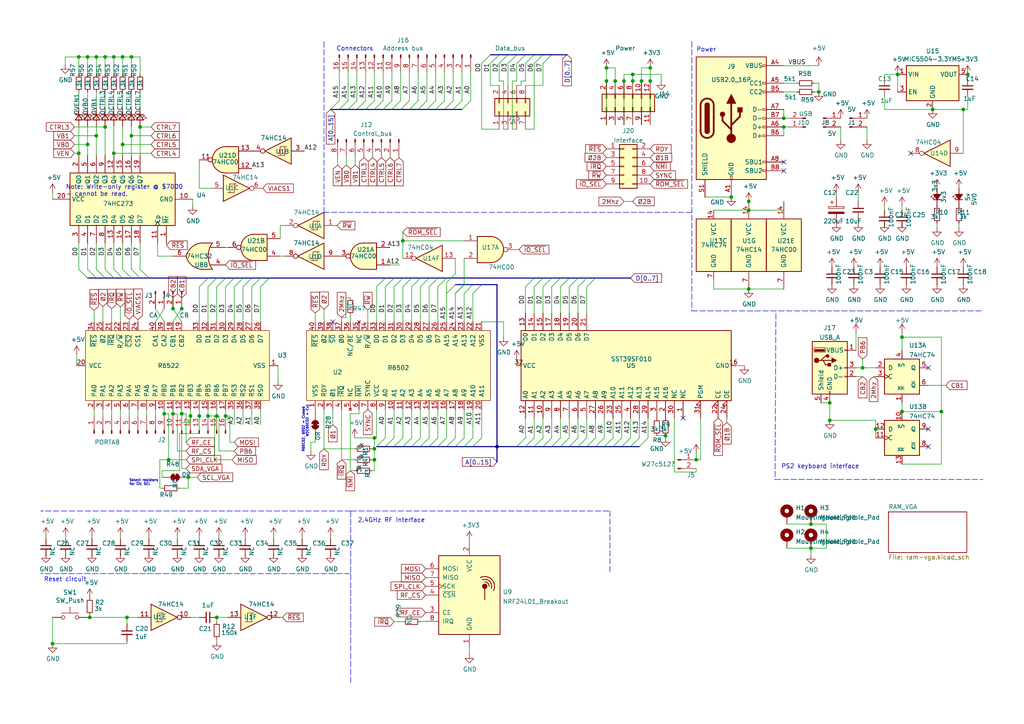
<source format=kicad_sch>
(kicad_sch (version 20231120) (generator "eeschema") (generator_version "8.0")
  (paper "A4")
  (title_block (title "ABNielsen.com 6502 Single Board Computer Rev. 2") (rev "1") (comment 1 "Attribution-NonCommercial 4.0 International (CC BY-NC 4.0)"))
  (junction (at 65.405 120.65))
  (junction (at 273.05 119.38))
  (junction (at 36.83 179.07))
  (junction (at 193.04 126.365))
  (junction (at 178.435 23.495))
  (junction (at 183.515 23.495))
  (junction (at 212.09 57.15))
  (junction (at 52.705 89.535))
  (junction (at 22.86 44.45))
  (junction (at 235.204 159.004))
  (junction (at 38.1 16.51))
  (junction (at 50.165 120.015))
  (junction (at 27.94 39.37))
  (junction (at 240.665 121.92))
  (junction (at 180.975 23.495))
  (junction (at 60.325 120.65))
  (junction (at 54.61 138.43))
  (junction (at 108.585 130.175))
  (junction (at 25.4 41.91))
  (junction (at 217.17 58.42))
  (junction (at 25.4 16.51))
  (junction (at 48.895 133.35))
  (junction (at 30.48 36.83))
  (junction (at 217.17 60.96))
  (junction (at 144.145 129.54))
  (junction (at 250.19 106.68))
  (junction (at 108.585 127))
  (junction (at 27.94 16.51))
  (junction (at 26.035 179.07))
  (junction (at 15.24 186.69))
  (junction (at 62.865 120.65))
  (junction (at 62.865 179.07))
  (junction (at 108.585 133.35))
  (junction (at 254 124.46))
  (junction (at 279.4 31.75))
  (junction (at 261.62 119.38))
  (junction (at 237.49 26.67))
  (junction (at 22.86 16.51))
  (junction (at 217.17 83.82))
  (junction (at 175.895 23.495))
  (junction (at 38.1 39.37))
  (junction (at 50.165 89.535))
  (junction (at 261.62 97.79))
  (junction (at 270.51 31.75))
  (junction (at 183.515 21.59))
  (junction (at 116.84 69.85))
  (junction (at 35.56 16.51))
  (junction (at 175.895 19.685))
  (junction (at 30.48 16.51))
  (junction (at 55.245 120.65))
  (junction (at 47.625 120.015))
  (junction (at 33.02 44.45))
  (junction (at 227.33 34.29))
  (junction (at 52.705 120.015))
  (junction (at 235.204 152.019))
  (junction (at 33.02 16.51))
  (junction (at 227.33 36.83))
  (junction (at 240.665 116.84))
  (junction (at 188.595 23.495))
  (junction (at 201.93 133.35))
  (junction (at 40.64 36.83))
  (junction (at 35.56 41.91))
  (junction (at 186.055 23.495))
  (junction (at 188.595 19.685))
  (junction (at 280.67 21.59))
  (junction (at 57.785 120.65))
  (junction (at 260.35 21.59))
  (no_connect (at 264.16 44.45))
  (no_connect (at 269.24 124.46))
  (no_connect (at 227.33 49.53))
  (no_connect (at 269.24 129.54))
  (no_connect (at 227.33 46.99))
  (no_connect (at 269.24 106.68))
  (no_connect (at 198.12 121.285))
  (no_connect (at 96.52 93.345))
  (bus_entry (at 170.18 129.54) (size 2.54 -2.54))
  (bus_entry (at 149.86 18.415) (size 2.54 -2.54))
  (bus_entry (at 165.1 129.54) (size 2.54 -2.54))
  (bus_entry (at 126.365 31.75) (size 2.54 -2.54))
  (bus_entry (at 170.18 83.185) (size 2.54 -2.54))
  (bus_entry (at 157.48 83.185) (size 2.54 -2.54))
  (bus_entry (at 114.3 129.54) (size 2.54 -2.54))
  (bus_entry (at 160.02 129.54) (size 2.54 -2.54))
  (bus_entry (at 152.4 18.415) (size 2.54 -2.54))
  (bus_entry (at 132.08 129.54) (size 2.54 -2.54))
  (bus_entry (at 65.405 83.185) (size 2.54 -2.54))
  (bus_entry (at 154.94 129.54) (size 2.54 -2.54))
  (bus_entry (at 111.125 31.75) (size 2.54 -2.54))
  (bus_entry (at 22.86 78.105) (size 2.54 2.54))
  (bus_entry (at 57.785 83.185) (size 2.54 -2.54))
  (bus_entry (at 177.8 129.54) (size 2.54 -2.54))
  (bus_entry (at 35.56 78.105) (size 2.54 2.54))
  (bus_entry (at 70.485 83.185) (size 2.54 -2.54))
  (bus_entry (at 157.48 129.54) (size 2.54 -2.54))
  (bus_entry (at 133.985 31.75) (size 2.54 -2.54))
  (bus_entry (at 152.4 83.185) (size 2.54 -2.54))
  (bus_entry (at 121.285 31.75) (size 2.54 -2.54))
  (bus_entry (at 175.26 129.54) (size 2.54 -2.54))
  (bus_entry (at 62.865 83.185) (size 2.54 -2.54))
  (bus_entry (at 109.22 129.54) (size 2.54 -2.54))
  (bus_entry (at 127 83.185) (size 2.54 -2.54))
  (bus_entry (at 142.24 18.415) (size 2.54 -2.54))
  (bus_entry (at 119.38 129.54) (size 2.54 -2.54))
  (bus_entry (at 114.3 83.185) (size 2.54 -2.54))
  (bus_entry (at 116.84 129.54) (size 2.54 -2.54))
  (bus_entry (at 118.745 31.75) (size 2.54 -2.54))
  (bus_entry (at 27.94 78.105) (size 2.54 2.54))
  (bus_entry (at 30.48 78.105) (size 2.54 2.54))
  (bus_entry (at 180.34 129.54) (size 2.54 -2.54))
  (bus_entry (at 111.76 83.185) (size 2.54 -2.54))
  (bus_entry (at 139.7 18.415) (size 2.54 -2.54))
  (bus_entry (at 154.94 83.185) (size 2.54 -2.54))
  (bus_entry (at 162.56 83.185) (size 2.54 -2.54))
  (bus_entry (at 152.4 129.54) (size 2.54 -2.54))
  (bus_entry (at 116.84 83.185) (size 2.54 -2.54))
  (bus_entry (at 129.54 85.09) (size 2.54 -2.54))
  (bus_entry (at 157.48 18.415) (size 2.54 -2.54))
  (bus_entry (at 98.425 31.75) (size 2.54 -2.54))
  (bus_entry (at 127 129.54) (size 2.54 -2.54))
  (bus_entry (at 113.665 31.75) (size 2.54 -2.54))
  (bus_entry (at 119.38 83.185) (size 2.54 -2.54))
  (bus_entry (at 67.945 83.185) (size 2.54 -2.54))
  (bus_entry (at 116.205 31.75) (size 2.54 -2.54))
  (bus_entry (at 121.92 83.185) (size 2.54 -2.54))
  (bus_entry (at 134.62 129.54) (size 2.54 -2.54))
  (bus_entry (at 60.325 83.185) (size 2.54 -2.54))
  (bus_entry (at 129.54 129.54) (size 2.54 -2.54))
  (bus_entry (at 121.92 129.54) (size 2.54 -2.54))
  (bus_entry (at 144.78 18.415) (size 2.54 -2.54))
  (bus_entry (at 149.86 129.54) (size 2.54 -2.54))
  (bus_entry (at 111.76 129.54) (size 2.54 -2.54))
  (bus_entry (at 124.46 83.185) (size 2.54 -2.54))
  (bus_entry (at 25.4 78.105) (size 2.54 2.54))
  (bus_entry (at 109.22 83.185) (size 2.54 -2.54))
  (bus_entry (at 134.62 85.09) (size 2.54 -2.54))
  (bus_entry (at 182.88 129.54) (size 2.54 -2.54))
  (bus_entry (at 40.64 78.105) (size 2.54 2.54))
  (bus_entry (at 103.505 31.75) (size 2.54 -2.54))
  (bus_entry (at 38.1 78.105) (size 2.54 2.54))
  (bus_entry (at 185.42 129.54) (size 2.54 -2.54))
  (bus_entry (at 137.16 85.09) (size 2.54 -2.54))
  (bus_entry (at 154.94 18.415) (size 2.54 -2.54))
  (bus_entry (at 128.905 31.75) (size 2.54 -2.54))
  (bus_entry (at 162.56 129.54) (size 2.54 -2.54))
  (bus_entry (at 108.585 31.75) (size 2.54 -2.54))
  (bus_entry (at 167.64 129.54) (size 2.54 -2.54))
  (bus_entry (at 165.1 83.185) (size 2.54 -2.54))
  (bus_entry (at 106.045 31.75) (size 2.54 -2.54))
  (bus_entry (at 167.64 83.185) (size 2.54 -2.54))
  (bus_entry (at 73.025 83.185) (size 2.54 -2.54))
  (bus_entry (at 124.46 129.54) (size 2.54 -2.54))
  (bus_entry (at 172.72 129.54) (size 2.54 -2.54))
  (bus_entry (at 160.02 83.185) (size 2.54 -2.54))
  (bus_entry (at 95.885 31.75) (size 2.54 -2.54))
  (bus_entry (at 131.445 31.75) (size 2.54 -2.54))
  (bus_entry (at 137.16 129.54) (size 2.54 -2.54))
  (bus_entry (at 123.825 31.75) (size 2.54 -2.54))
  (bus_entry (at 147.32 18.415) (size 2.54 -2.54))
  (bus_entry (at 75.565 83.185) (size 2.54 -2.54))
  (bus_entry (at 33.02 78.105) (size 2.54 2.54))
  (bus_entry (at 132.08 85.09) (size 2.54 -2.54))
  (bus_entry (at 100.965 31.75) (size 2.54 -2.54))
  (wire (pts (xy 50.165 89.535) (xy 52.705 93.345)))
  (wire (pts (xy 55.245 118.745) (xy 55.245 120.65)))
  (wire (pts (xy 162.56 83.185) (xy 162.56 90.805)))
  (wire (pts (xy 240.665 121.92) (xy 240.665 116.84)))
  (wire (pts (xy 100.965 20.955) (xy 100.965 29.21)))
  (wire (pts (xy 235.204 159.004) (xy 235.204 160.909)))
  (wire (pts (xy 54.61 138.43) (xy 57.15 138.43)))
  (wire (pts (xy 38.1 39.37) (xy 43.815 39.37)))
  (wire (pts (xy 109.22 118.745) (xy 109.22 127)))
  (bus (pts (xy 172.72 129.54) (xy 175.26 129.54)))
  (wire (pts (xy 149.86 23.495) (xy 148.59 23.495)))
  (wire (pts (xy 63.5 120.65) (xy 62.865 120.65)))
  (wire (pts (xy 22.225 102.87) (xy 22.225 106.045)))
  (wire (pts (xy 33.02 44.45) (xy 33.02 45.085)))
  (bus (pts (xy 154.94 129.54) (xy 157.48 129.54)))
  (wire (pts (xy 34.925 89.027) (xy 34.925 93.345)))
  (wire (pts (xy 186.055 23.495) (xy 186.055 36.195)))
  (wire (pts (xy 101.6 91.44) (xy 101.6 93.345)))
  (wire (pts (xy 188.595 23.495) (xy 188.595 36.195)))
  (wire (pts (xy 124.46 83.185) (xy 124.46 93.345)))
  (polyline (pts (xy 11.938 148.209) (xy 11.938 148.336)) (stroke (width 0) (type dash)))
  (wire (pts (xy 111.76 83.185) (xy 111.76 93.345)))
  (wire (pts (xy 146.05 93.345) (xy 146.05 97.79)))
  (wire (pts (xy 139.7 93.345) (xy 146.05 93.345)))
  (wire (pts (xy 113.665 29.21) (xy 113.665 20.955)))
  (bus (pts (xy 121.92 129.54) (xy 124.46 129.54)))
  (bus (pts (xy 144.145 133.985) (xy 144.145 129.54)))
  (wire (pts (xy 52.705 86.36) (xy 52.705 89.535)))
  (wire (pts (xy 62.23 120.65) (xy 60.325 120.65)))
  (wire (pts (xy 79.375 161.29) (xy 79.375 160.655)))
  (wire (pts (xy 132.08 118.745) (xy 132.08 127)))
  (wire (pts (xy 240.665 121.92) (xy 254 121.92)))
  (wire (pts (xy 175.895 23.495) (xy 175.895 19.685)))
  (wire (pts (xy 227.33 26.67) (xy 231.14 26.67)))
  (wire (pts (xy 134.62 118.745) (xy 134.62 127)))
  (wire (pts (xy 132.08 79.375) (xy 132.08 74.93)))
  (wire (pts (xy 47.625 120.015) (xy 47.625 120.65)))
  (wire (pts (xy 253.365 109.22) (xy 254 109.22)))
  (wire (pts (xy 238.125 116.84) (xy 240.665 116.84)))
  (bus (pts (xy 43.18 80.645) (xy 60.325 80.645)))
  (wire (pts (xy 186.055 19.685) (xy 186.055 23.495)))
  (polyline (pts (xy 200.66 12.065) (xy 200.66 90.17)) (stroke (width 0) (type dash)))
  (wire (pts (xy 183.515 21.59) (xy 183.515 23.495)))
  (wire (pts (xy 180.975 23.495) (xy 180.975 36.195)))
  (wire (pts (xy 40.64 31.496) (xy 40.64 26.67)))
  (wire (pts (xy 51.435 155.575) (xy 51.435 156.21)))
  (wire (pts (xy 105.537 45.466) (xy 105.537 45.72)))
  (wire (pts (xy 40.64 36.83) (xy 40.64 45.085)))
  (wire (pts (xy 38.1 39.37) (xy 38.1 45.085)))
  (wire (pts (xy 129.54 85.09) (xy 129.54 93.345)))
  (bus (pts (xy 103.505 31.75) (xy 106.045 31.75)))
  (wire (pts (xy 217.17 83.82) (xy 227.33 83.82)))
  (wire (pts (xy 114.3 180.34) (xy 116.84 180.34)))
  (wire (pts (xy 22.86 16.51) (xy 25.4 16.51)))
  (bus (pts (xy 137.16 82.55) (xy 139.7 82.55)))
  (wire (pts (xy 178.435 19.685) (xy 175.895 19.685)))
  (wire (pts (xy 108.077 45.466) (xy 108.077 45.72)))
  (wire (pts (xy 148.59 37.465) (xy 149.86 37.465)))
  (wire (pts (xy 45.72 74.295) (xy 45.72 70.485)))
  (bus (pts (xy 116.84 129.54) (xy 119.38 129.54)))
  (wire (pts (xy 50.165 86.36) (xy 50.165 89.535)))
  (wire (pts (xy 51.435 120.015) (xy 51.435 130.81)))
  (bus (pts (xy 35.56 80.645) (xy 38.1 80.645)))
  (wire (pts (xy 55.88 57.785) (xy 55.88 59.69)))
  (wire (pts (xy 121.92 118.745) (xy 121.92 127)))
  (wire (pts (xy 127 83.185) (xy 127 93.345)))
  (wire (pts (xy 108.585 29.21) (xy 108.585 20.955)))
  (wire (pts (xy 183.515 21.59) (xy 180.975 21.59)))
  (wire (pts (xy 119.38 83.185) (xy 119.38 93.345)))
  (wire (pts (xy 99.06 133.35) (xy 102.87 133.35)))
  (wire (pts (xy 256.54 66.04) (xy 256.54 64.77)))
  (bus (pts (xy 144.145 129.54) (xy 144.145 82.55)))
  (wire (pts (xy 273.05 134.62) (xy 261.62 134.62)))
  (bus (pts (xy 111.125 31.75) (xy 113.665 31.75)))
  (wire (pts (xy 201.93 133.35) (xy 201.676 133.35)))
  (wire (pts (xy 152.4 83.185) (xy 152.4 90.805)))
  (wire (pts (xy 102.997 47.879) (xy 102.997 45.466)))
  (wire (pts (xy 254 121.92) (xy 254 124.46)))
  (bus (pts (xy 165.1 80.645) (xy 167.64 80.645)))
  (wire (pts (xy 182.88 121.285) (xy 182.88 127)))
  (bus (pts (xy 144.78 15.875) (xy 147.32 15.875)))
  (wire (pts (xy 13.335 161.29) (xy 13.335 160.655)))
  (wire (pts (xy 97.917 45.466) (xy 97.917 47.879)))
  (wire (pts (xy 127 118.745) (xy 127 127)))
  (wire (pts (xy 96.52 118.745) (xy 96.52 123.19)))
  (wire (pts (xy 50.165 120.015) (xy 50.165 120.65)))
  (wire (pts (xy 27.94 70.485) (xy 27.94 78.105)))
  (wire (pts (xy 204.47 57.15) (xy 212.09 57.15)))
  (wire (pts (xy 21.59 39.37) (xy 27.94 39.37)))
  (wire (pts (xy 113.157 45.466) (xy 113.157 45.72)))
  (wire (pts (xy 170.18 121.285) (xy 170.18 127)))
  (wire (pts (xy 30.48 16.51) (xy 30.48 21.59)))
  (wire (pts (xy 256.54 21.59) (xy 256.54 22.86)))
  (wire (pts (xy 102.87 127) (xy 108.585 127)))
  (wire (pts (xy 106.68 89.916) (xy 106.68 93.345)))
  (wire (pts (xy 107.95 133.35) (xy 108.585 133.35)))
  (wire (pts (xy 27.305 118.745) (xy 27.305 120.65)))
  (wire (pts (xy 52.705 135.89) (xy 52.705 122.555)))
  (wire (pts (xy 95.885 155.575) (xy 95.885 156.21)))
  (wire (pts (xy 116.84 67.31) (xy 116.84 69.85)))
  (wire (pts (xy 30.48 36.576) (xy 30.48 36.83)))
  (wire (pts (xy 21.59 41.91) (xy 25.4 41.91)))
  (wire (pts (xy 52.07 136.525) (xy 52.07 125.73)))
  (wire (pts (xy 116.205 29.21) (xy 116.205 20.955)))
  (wire (pts (xy 228.6 34.29) (xy 227.33 34.29)))
  (bus (pts (xy 172.72 80.645) (xy 182.88 80.645)))
  (wire (pts (xy 107.95 136.525) (xy 108.585 136.525)))
  (wire (pts (xy 119.38 118.745) (xy 119.38 127)))
  (wire (pts (xy 27.94 16.51) (xy 30.48 16.51)))
  (wire (pts (xy 30.48 31.496) (xy 30.48 26.67)))
  (wire (pts (xy 228.219 152.019) (xy 235.204 152.019)))
  (wire (pts (xy 269.24 111.76) (xy 274.32 111.76)))
  (wire (pts (xy 99.06 93.345) (xy 99.06 92.075)))
  (bus (pts (xy 154.94 80.645) (xy 157.48 80.645)))
  (bus (pts (xy 116.84 80.645) (xy 119.38 80.645)))
  (wire (pts (xy 33.02 36.576) (xy 33.02 44.45)))
  (bus (pts (xy 134.62 129.54) (xy 137.16 129.54)))
  (wire (pts (xy 43.18 161.29) (xy 43.18 160.655)))
  (polyline (pts (xy 101.6 166.37) (xy 11.811 166.37)) (stroke (width 0) (type dash)))
  (bus (pts (xy 124.46 80.645) (xy 127 80.645)))
  (wire (pts (xy 236.22 24.13) (xy 237.49 24.13)))
  (wire (pts (xy 134.62 93.345) (xy 134.62 85.09)))
  (wire (pts (xy 45.085 118.745) (xy 45.085 120.65)))
  (wire (pts (xy 67.945 83.185) (xy 67.945 93.345)))
  (wire (pts (xy 279.4 31.75) (xy 280.67 31.75)))
  (wire (pts (xy 172.72 121.285) (xy 172.72 127)))
  (wire (pts (xy 75.565 83.185) (xy 75.565 93.345)))
  (bus (pts (xy 128.905 31.75) (xy 131.445 31.75)))
  (wire (pts (xy 52.705 122.555) (xy 55.245 122.555)))
  (wire (pts (xy 104.14 120.015) (xy 101.6 120.015)))
  (bus (pts (xy 162.56 80.645) (xy 165.1 80.645)))
  (bus (pts (xy 137.16 129.54) (xy 144.145 129.54)))
  (wire (pts (xy 162.56 121.285) (xy 162.56 127)))
  (bus (pts (xy 33.02 80.645) (xy 35.56 80.645)))
  (wire (pts (xy 278.13 66.04) (xy 278.13 64.77)))
  (wire (pts (xy 47.625 118.745) (xy 47.625 120.015)))
  (bus (pts (xy 149.86 15.875) (xy 152.4 15.875)))
  (wire (pts (xy 67.945 130.81) (xy 63.5 130.81)))
  (wire (pts (xy 48.26 71.12) (xy 48.26 70.485)))
  (polyline (pts (xy 101.727 148.209) (xy 176.911 148.209)) (stroke (width 0) (type dash)))
  (bus (pts (xy 118.745 31.75) (xy 121.285 31.75)))
  (polyline (pts (xy 200.66 90.17) (xy 285.115 90.17)) (stroke (width 0) (type dash)))
  (wire (pts (xy 146.05 37.465) (xy 147.32 37.465)))
  (wire (pts (xy 201.93 135.89) (xy 201.676 135.89)))
  (wire (pts (xy 157.48 121.285) (xy 157.48 127)))
  (bus (pts (xy 65.405 80.645) (xy 67.945 80.645)))
  (wire (pts (xy 170.18 83.185) (xy 170.18 90.805)))
  (wire (pts (xy 67.945 128.27) (xy 66.675 128.27)))
  (bus (pts (xy 149.86 129.54) (xy 152.4 129.54)))
  (wire (pts (xy 250.19 106.68) (xy 250.19 104.14)))
  (wire (pts (xy 139.7 118.745) (xy 139.7 127)))
  (wire (pts (xy 254 124.46) (xy 254 127)))
  (wire (pts (xy 25.4 16.51) (xy 25.4 21.59)))
  (wire (pts (xy 62.865 186.055) (xy 62.865 185.42)))
  (wire (pts (xy 71.12 155.575) (xy 71.12 156.21)))
  (bus (pts (xy 167.64 80.645) (xy 170.18 80.645)))
  (wire (pts (xy 101.6 120.015) (xy 101.6 136.525)))
  (bus (pts (xy 62.865 80.645) (xy 65.405 80.645)))
  (wire (pts (xy 45.72 74.295) (xy 50.165 74.295)))
  (wire (pts (xy 271.78 66.04) (xy 271.78 64.77)))
  (wire (pts (xy 46.99 141.605) (xy 46.355 141.605)))
  (wire (pts (xy 190.5 126.365) (xy 193.04 126.365)))
  (wire (pts (xy 38.1 70.485) (xy 38.1 78.105)))
  (polyline (pts (xy 176.911 148.209) (xy 176.911 165.989)) (stroke (width 0) (type dash)))
  (wire (pts (xy 201.93 133.35) (xy 203.2 133.35)))
  (bus (pts (xy 157.48 80.645) (xy 160.02 80.645)))
  (wire (pts (xy 188.595 19.685) (xy 186.055 19.685)))
  (wire (pts (xy 165.1 83.185) (xy 165.1 90.805)))
  (wire (pts (xy 261.62 96.52) (xy 261.62 97.79)))
  (wire (pts (xy 63.5 120.65) (xy 63.5 130.81)))
  (wire (pts (xy 261.62 97.79) (xy 261.62 101.6)))
  (wire (pts (xy 146.05 23.495) (xy 146.05 37.465)))
  (wire (pts (xy 81.28 65.405) (xy 81.28 69.215)))
  (wire (pts (xy 157.48 18.415) (xy 157.48 24.765)))
  (bus (pts (xy 106.045 31.75) (xy 108.585 31.75)))
  (bus (pts (xy 114.3 80.645) (xy 116.84 80.645)))
  (wire (pts (xy 114.3 83.185) (xy 114.3 93.345)))
  (wire (pts (xy 151.13 24.765) (xy 149.86 24.765)))
  (wire (pts (xy 35.56 41.91) (xy 43.815 41.91)))
  (wire (pts (xy 111.76 118.745) (xy 111.76 127)))
  (wire (pts (xy 178.435 23.495) (xy 178.435 19.685)))
  (wire (pts (xy 118.745 29.21) (xy 118.745 20.955)))
  (wire (pts (xy 33.02 70.485) (xy 33.02 78.105)))
  (wire (pts (xy 26.67 155.575) (xy 26.67 156.21)))
  (wire (pts (xy 91.44 119.38) (xy 91.44 118.745)))
  (bus (pts (xy 180.34 129.54) (xy 182.88 129.54)))
  (polyline (pts (xy 101.727 197.993) (xy 101.727 148.209)) (stroke (width 0) (type dash)))
  (bus (pts (xy 73.025 80.645) (xy 75.565 80.645)))
  (wire (pts (xy 45.085 89.535) (xy 47.625 93.345)))
  (wire (pts (xy 87.63 155.575) (xy 87.63 156.21)))
  (bus (pts (xy 139.7 82.55) (xy 144.145 82.55)))
  (wire (pts (xy 248.92 63.5) (xy 248.92 64.77)))
  (wire (pts (xy 114.3 118.745) (xy 114.3 127)))
  (bus (pts (xy 38.1 80.645) (xy 40.64 80.645)))
  (wire (pts (xy 124.46 118.745) (xy 124.46 127)))
  (wire (pts (xy 54.61 138.43) (xy 54.61 141.605)))
  (wire (pts (xy 99.06 118.745) (xy 99.06 133.35)))
  (bus (pts (xy 124.46 129.54) (xy 127 129.54)))
  (wire (pts (xy 251.46 36.83) (xy 251.46 40.64)))
  (wire (pts (xy 107.95 130.175) (xy 108.585 130.175)))
  (wire (pts (xy 46.355 133.35) (xy 48.895 133.35)))
  (wire (pts (xy 139.7 37.465) (xy 144.78 37.465)))
  (bus (pts (xy 160.02 129.54) (xy 162.56 129.54)))
  (wire (pts (xy 239.649 159.004) (xy 235.204 159.004)))
  (bus (pts (xy 157.48 15.875) (xy 160.02 15.875)))
  (wire (pts (xy 40.64 36.83) (xy 43.815 36.83)))
  (wire (pts (xy 93.98 89.662) (xy 93.98 93.345)))
  (wire (pts (xy 175.895 23.495) (xy 175.895 36.195)))
  (wire (pts (xy 22.86 16.51) (xy 22.86 21.59)))
  (wire (pts (xy 210.82 122.555) (xy 210.82 121.285)))
  (bus (pts (xy 152.4 129.54) (xy 154.94 129.54)))
  (bus (pts (xy 60.325 80.645) (xy 62.865 80.645)))
  (bus (pts (xy 129.54 129.54) (xy 132.08 129.54)))
  (wire (pts (xy 40.64 16.51) (xy 40.64 21.59)))
  (wire (pts (xy 66.675 128.27) (xy 66.675 120.65)))
  (wire (pts (xy 40.005 118.745) (xy 40.005 120.65)))
  (bus (pts (xy 154.94 15.875) (xy 157.48 15.875)))
  (wire (pts (xy 22.86 36.576) (xy 22.86 44.45)))
  (wire (pts (xy 228.6 36.83) (xy 227.33 36.83)))
  (wire (pts (xy 46.355 141.605) (xy 46.355 133.35)))
  (bus (pts (xy 126.365 31.75) (xy 128.905 31.75)))
  (wire (pts (xy 261.62 97.79) (xy 273.05 97.79)))
  (wire (pts (xy 260.35 26.67) (xy 260.35 21.59)))
  (wire (pts (xy 22.86 70.485) (xy 22.86 78.105)))
  (wire (pts (xy 73.025 83.185) (xy 73.025 93.345)))
  (wire (pts (xy 25.4 70.485) (xy 25.4 78.105)))
  (wire (pts (xy 25.4 16.51) (xy 27.94 16.51)))
  (wire (pts (xy 33.02 44.45) (xy 43.815 44.45)))
  (bus (pts (xy 119.38 129.54) (xy 121.92 129.54)))
  (wire (pts (xy 123.444 180.213) (xy 121.92 180.213)))
  (wire (pts (xy 108.585 136.525) (xy 108.585 133.35)))
  (wire (pts (xy 256.54 27.94) (xy 256.54 31.75)))
  (wire (pts (xy 62.865 118.745) (xy 62.865 120.65)))
  (wire (pts (xy 112.395 71.755) (xy 113.03 71.755)))
  (bus (pts (xy 144.145 129.54) (xy 149.86 129.54)))
  (wire (pts (xy 29.845 88.9) (xy 29.845 93.345)))
  (wire (pts (xy 101.6 86.36) (xy 100.33 86.36)))
  (wire (pts (xy 29.845 118.745) (xy 29.845 120.65)))
  (wire (pts (xy 48.895 133.35) (xy 53.975 133.35)))
  (wire (pts (xy 144.78 18.415) (xy 144.78 23.495)))
  (wire (pts (xy 26.035 179.07) (xy 26.035 178.435)))
  (wire (pts (xy 70.485 123.19) (xy 70.485 118.745)))
  (wire (pts (xy 242.57 55.88) (xy 242.57 57.15)))
  (wire (pts (xy 100.457 45.466) (xy 100.457 47.879)))
  (wire (pts (xy 273.05 119.38) (xy 273.05 134.62)))
  (wire (pts (xy 33.02 31.496) (xy 33.02 26.67)))
  (wire (pts (xy 104.14 118.745) (xy 104.14 120.015)))
  (bus (pts (xy 75.565 80.645) (xy 78.105 80.645)))
  (wire (pts (xy 152.4 18.415) (xy 152.4 23.495)))
  (wire (pts (xy 35.56 70.485) (xy 35.56 78.105)))
  (wire (pts (xy 151.13 23.495) (xy 151.13 24.765)))
  (wire (pts (xy 154.94 83.185) (xy 154.94 90.805)))
  (wire (pts (xy 121.92 180.213) (xy 121.92 180.34)))
  (wire (pts (xy 57.785 155.575) (xy 57.785 156.21)))
  (wire (pts (xy 273.05 119.38) (xy 261.62 119.38)))
  (bus (pts (xy 30.48 80.645) (xy 33.02 80.645)))
  (wire (pts (xy 52.705 89.535) (xy 50.165 93.345)))
  (wire (pts (xy 90.17 128.27) (xy 90.17 130.81)))
  (wire (pts (xy 227.33 36.83) (xy 227.33 39.37)))
  (wire (pts (xy 142.24 18.415) (xy 142.24 24.765)))
  (wire (pts (xy 32.385 118.745) (xy 32.385 120.65)))
  (wire (pts (xy 133.985 29.21) (xy 133.985 20.955)))
  (wire (pts (xy 129.54 81.915) (xy 132.08 79.375)))
  (polyline (pts (xy 101.727 148.209) (xy 11.938 148.209)) (stroke (width 0) (type dash)))
  (wire (pts (xy 147.32 18.415) (xy 147.32 24.765)))
  (wire (pts (xy 87.63 161.29) (xy 87.63 160.655)))
  (wire (pts (xy 121.285 29.21) (xy 121.285 20.955)))
  (wire (pts (xy 73.025 123.19) (xy 73.025 118.745)))
  (wire (pts (xy 81.915 179.07) (xy 81.28 179.07)))
  (wire (pts (xy 52.07 125.73) (xy 57.785 125.73)))
  (wire (pts (xy 261.62 66.04) (xy 261.62 64.77)))
  (wire (pts (xy 123.825 29.21) (xy 123.825 20.955)))
  (wire (pts (xy 60.325 118.745) (xy 60.325 120.65)))
  (wire (pts (xy 207.01 60.96) (xy 217.17 60.96)))
  (wire (pts (xy 55.245 120.65) (xy 55.245 122.555)))
  (wire (pts (xy 248.285 106.68) (xy 250.19 106.68)))
  (bus (pts (xy 134.62 82.55) (xy 137.16 82.55)))
  (bus (pts (xy 98.425 31.75) (xy 100.965 31.75)))
  (bus (pts (xy 160.02 80.645) (xy 162.56 80.645)))
  (wire (pts (xy 227.33 31.75) (xy 227.33 34.29)))
  (wire (pts (xy 33.02 16.51) (xy 35.56 16.51)))
  (bus (pts (xy 170.18 80.645) (xy 172.72 80.645)))
  (wire (pts (xy 40.005 92.71) (xy 40.005 93.345)))
  (wire (pts (xy 236.22 26.67) (xy 237.49 26.67)))
  (wire (pts (xy 63.5 161.29) (xy 63.5 160.655)))
  (wire (pts (xy 132.08 85.09) (xy 132.08 93.345)))
  (wire (pts (xy 217.17 83.82) (xy 207.01 83.82)))
  (wire (pts (xy 75.565 123.19) (xy 75.565 118.745)))
  (wire (pts (xy 187.96 121.285) (xy 187.96 127)))
  (wire (pts (xy 157.48 83.185) (xy 157.48 90.805)))
  (wire (pts (xy 22.86 31.496) (xy 22.86 26.67)))
  (bus (pts (xy 132.08 129.54) (xy 134.62 129.54)))
  (wire (pts (xy 53.975 135.89) (xy 52.705 135.89)))
  (wire (pts (xy 108.585 133.35) (xy 108.585 130.175)))
  (wire (pts (xy 51.435 161.29) (xy 51.435 160.655)))
  (wire (pts (xy 38.1 31.496) (xy 38.1 26.67)))
  (wire (pts (xy 180.34 121.285) (xy 180.34 127)))
  (wire (pts (xy 35.56 16.51) (xy 35.56 21.59)))
  (wire (pts (xy 93.98 118.745) (xy 93.98 130.175)))
  (bus (pts (xy 182.88 129.54) (xy 185.42 129.54)))
  (bus (pts (xy 157.48 129.54) (xy 160.02 129.54)))
  (wire (pts (xy 34.925 155.575) (xy 34.925 156.21)))
  (bus (pts (xy 127 129.54) (xy 129.54 129.54)))
  (wire (pts (xy 167.64 121.285) (xy 167.64 127)))
  (wire (pts (xy 139.7 18.415) (xy 139.7 37.465)))
  (wire (pts (xy 188.595 19.685) (xy 188.595 23.495)))
  (bus (pts (xy 132.08 82.55) (xy 134.62 82.55)))
  (wire (pts (xy 131.445 29.21) (xy 131.445 20.955)))
  (bus (pts (xy 147.32 15.875) (xy 149.86 15.875)))
  (wire (pts (xy 57.785 83.185) (xy 57.785 93.345)))
  (wire (pts (xy 62.23 133.35) (xy 62.23 120.65)))
  (wire (pts (xy 136.144 187.833) (xy 136.144 189.738)))
  (bus (pts (xy 152.4 15.875) (xy 154.94 15.875)))
  (wire (pts (xy 100.33 92.075) (xy 99.06 92.075)))
  (wire (pts (xy 256.54 31.75) (xy 270.51 31.75)))
  (wire (pts (xy 203.2 121.285) (xy 203.2 133.35)))
  (wire (pts (xy 34.925 161.29) (xy 34.925 160.655)))
  (wire (pts (xy 109.22 83.185) (xy 109.22 93.345)))
  (bus (pts (xy 170.18 129.54) (xy 172.72 129.54)))
  (wire (pts (xy 261.62 59.69) (xy 261.62 60.96)))
  (wire (pts (xy 60.325 83.185) (xy 60.325 93.345)))
  (wire (pts (xy 65.405 83.185) (xy 65.405 93.345)))
  (wire (pts (xy 26.035 179.07) (xy 36.83 179.07)))
  (wire (pts (xy 136.144 156.718) (xy 136.144 157.353)))
  (polyline (pts (xy 224.79 139.065) (xy 285.115 139.065)) (stroke (width 0) (type dash)))
  (wire (pts (xy 149.86 72.39) (xy 150.495 72.39)))
  (bus (pts (xy 160.02 15.875) (xy 164.465 15.875)))
  (wire (pts (xy 128.905 29.21) (xy 128.905 20.955)))
  (wire (pts (xy 137.16 93.345) (xy 137.16 85.09)))
  (wire (pts (xy 25.4 31.496) (xy 25.4 26.67)))
  (wire (pts (xy 62.865 83.185) (xy 62.865 93.345)))
  (polyline (pts (xy 93.98 12.065) (xy 93.98 61.595)) (stroke (width 0) (type dash)))
  (wire (pts (xy 25.4 179.07) (xy 26.035 179.07)))
  (wire (pts (xy 25.4 36.576) (xy 25.4 41.91)))
  (wire (pts (xy 195.58 121.285) (xy 195.58 136.906)))
  (wire (pts (xy 35.56 16.51) (xy 38.1 16.51)))
  (wire (pts (xy 65.405 120.65) (xy 66.675 120.65)))
  (bus (pts (xy 111.76 129.54) (xy 114.3 129.54)))
  (wire (pts (xy 15.24 57.785) (xy 15.24 55.88)))
  (wire (pts (xy 106.045 29.21) (xy 106.045 20.955)))
  (wire (pts (xy 26.67 161.29) (xy 26.67 160.655)))
  (wire (pts (xy 248.285 96.52) (xy 248.285 101.6)))
  (wire (pts (xy 132.08 85.09) (xy 134.62 82.55)))
  (wire (pts (xy 256.54 59.69) (xy 256.54 60.96)))
  (wire (pts (xy 27.94 31.496) (xy 27.94 26.67)))
  (wire (pts (xy 126.365 29.21) (xy 126.365 20.955)))
  (wire (pts (xy 38.1 16.51) (xy 40.64 16.51)))
  (wire (pts (xy 19.05 155.575) (xy 19.05 156.21)))
  (wire (pts (xy 195.58 136.906) (xy 201.93 136.906)))
  (bus (pts (xy 129.54 80.645) (xy 154.94 80.645)))
  (wire (pts (xy 115.697 45.466) (xy 115.697 45.72)))
  (wire (pts (xy 67.945 123.19) (xy 67.945 118.745)))
  (wire (pts (xy 57.785 46.355) (xy 57.785 54.61)))
  (wire (pts (xy 160.02 83.185) (xy 160.02 90.805)))
  (wire (pts (xy 55.245 179.07) (xy 57.785 179.07)))
  (wire (pts (xy 152.4 23.495) (xy 151.13 23.495)))
  (wire (pts (xy 63.5 155.575) (xy 63.5 156.21)))
  (wire (pts (xy 57.785 54.61) (xy 60.96 54.61)))
  (wire (pts (xy 42.545 118.745) (xy 42.545 120.65)))
  (bus (pts (xy 177.8 129.54) (xy 180.34 129.54)))
  (wire (pts (xy 95.885 161.29) (xy 95.885 160.655)))
  (wire (pts (xy 239.649 152.019) (xy 239.649 159.004)))
  (wire (pts (xy 144.78 23.495) (xy 146.05 23.495)))
  (wire (pts (xy 54.61 141.605) (xy 52.07 141.605)))
  (wire (pts (xy 18.923 16.51) (xy 18.923 18.796)))
  (wire (pts (xy 280.67 27.94) (xy 280.67 31.75)))
  (bus (pts (xy 121.92 80.645) (xy 124.46 80.645)))
  (bus (pts (xy 27.94 80.645) (xy 30.48 80.645)))
  (wire (pts (xy 217.17 60.96) (xy 217.17 58.42)))
  (wire (pts (xy 52.705 118.745) (xy 52.705 120.015)))
  (wire (pts (xy 65.405 118.745) (xy 65.405 120.65)))
  (wire (pts (xy 15.24 179.07) (xy 15.24 186.69)))
  (wire (pts (xy 79.375 155.575) (xy 79.375 156.21)))
  (wire (pts (xy 180.975 58.42) (xy 183.515 58.42)))
  (wire (pts (xy 57.785 161.29) (xy 57.785 160.655)))
  (wire (pts (xy 25.4 41.91) (xy 25.4 45.085)))
  (wire (pts (xy 57.785 118.745) (xy 57.785 120.65)))
  (wire (pts (xy 80.645 106.045) (xy 80.645 110.49)))
  (bus (pts (xy 131.445 31.75) (xy 133.985 31.75)))
  (wire (pts (xy 235.204 152.019) (xy 239.649 152.019)))
  (bus (pts (xy 67.945 80.645) (xy 70.485 80.645)))
  (wire (pts (xy 30.48 36.83) (xy 30.48 45.085)))
  (wire (pts (xy 165.1 121.285) (xy 165.1 127)))
  (wire (pts (xy 36.83 180.975) (xy 36.83 179.07)))
  (bus (pts (xy 111.76 80.645) (xy 114.3 80.645)))
  (wire (pts (xy 37.465 92.583) (xy 37.465 93.345)))
  (wire (pts (xy 116.84 69.85) (xy 134.62 69.85)))
  (wire (pts (xy 175.26 121.285) (xy 175.26 127)))
  (wire (pts (xy 178.435 23.495) (xy 178.435 36.195)))
  (wire (pts (xy 27.305 90.043) (xy 27.305 93.345)))
  (wire (pts (xy 46.99 136.525) (xy 52.07 136.525)))
  (polyline (pts (xy 200.66 61.595) (xy 93.98 61.595)) (stroke (width 0) (type dash)))
  (wire (pts (xy 13.335 155.575) (xy 13.335 156.21)))
  (wire (pts (xy 227.33 58.42) (xy 227.33 60.96)))
  (wire (pts (xy 90.17 128.27) (xy 91.44 128.27)))
  (polyline (pts (xy 225.044 90.932) (xy 224.79 139.065)) (stroke (width 0) (type dash)))
  (wire (pts (xy 67.31 133.35) (xy 62.23 133.35)))
  (wire (pts (xy 27.94 39.37) (xy 27.94 45.085)))
  (wire (pts (xy 52.705 120.015) (xy 52.705 120.65)))
  (wire (pts (xy 152.4 121.285) (xy 152.4 127)))
  (wire (pts (xy 149.86 106.045) (xy 149.86 104.14)))
  (wire (pts (xy 270.51 31.75) (xy 279.4 31.75)))
  (wire (pts (xy 62.865 179.07) (xy 66.04 179.07)))
  (wire (pts (xy 116.84 83.185) (xy 116.84 93.345)))
  (wire (pts (xy 82.55 65.405) (xy 81.28 65.405)))
  (wire (pts (xy 279.4 31.75) (xy 279.4 44.45)))
  (wire (pts (xy 43.18 155.575) (xy 43.18 156.21)))
  (wire (pts (xy 213.36 106.045) (xy 215.9 106.045)))
  (wire (pts (xy 177.8 121.285) (xy 177.8 127)))
  (wire (pts (xy 273.05 97.79) (xy 273.05 119.38)))
  (wire (pts (xy 53.975 128.27) (xy 53.975 120.015)))
  (wire (pts (xy 35.56 41.91) (xy 35.56 45.085)))
  (wire (pts (xy 70.485 83.185) (xy 70.485 93.345)))
  (wire (pts (xy 30.48 70.485) (xy 30.48 78.105)))
  (wire (pts (xy 217.17 60.96) (xy 227.33 60.96)))
  (bus (pts (xy 123.825 31.75) (xy 126.365 31.75)))
  (bus (pts (xy 165.1 129.54) (xy 167.64 129.54)))
  (wire (pts (xy 134.62 74.93) (xy 134.62 82.55)))
  (wire (pts (xy 201.93 133.35) (xy 201.93 131.445)))
  (wire (pts (xy 227.33 24.13) (xy 231.14 24.13)))
  (bus (pts (xy 95.885 31.75) (xy 98.425 31.75)))
  (wire (pts (xy 129.54 118.745) (xy 129.54 127)))
  (wire (pts (xy 121.92 83.185) (xy 121.92 93.345)))
  (wire (pts (xy 21.59 44.45) (xy 22.86 44.45)))
  (wire (pts (xy 185.42 121.285) (xy 185.42 127)))
  (wire (pts (xy 93.98 130.175) (xy 102.87 130.175)))
  (wire (pts (xy 237.49 24.13) (xy 237.49 26.67)))
  (bus (pts (xy 108.585 31.75) (xy 111.125 31.75)))
  (wire (pts (xy 40.64 70.485) (xy 40.64 78.105)))
  (wire (pts (xy 228.219 159.004) (xy 235.204 159.004)))
  (wire (pts (xy 183.515 23.495) (xy 183.515 36.195)))
  (wire (pts (xy 100.33 86.36) (xy 100.33 92.075)))
  (wire (pts (xy 110.617 45.466) (xy 110.617 45.72)))
  (wire (pts (xy 160.02 121.285) (xy 160.02 127)))
  (wire (pts (xy 101.6 136.525) (xy 102.87 136.525)))
  (wire (pts (xy 191.77 21.59) (xy 183.515 21.59)))
  (wire (pts (xy 21.59 36.83) (xy 30.48 36.83)))
  (wire (pts (xy 46.99 138.43) (xy 46.99 136.525)))
  (wire (pts (xy 91.44 127) (xy 91.44 128.27)))
  (wire (pts (xy 111.125 29.21) (xy 111.125 20.955)))
  (bus (pts (xy 119.38 80.645) (xy 121.92 80.645)))
  (wire (pts (xy 154.94 121.285) (xy 154.94 127)))
  (wire (pts (xy 280.67 21.59) (xy 280.67 22.86)))
  (wire (pts (xy 66.04 71.755) (xy 65.405 71.755)))
  (wire (pts (xy 36.83 179.07) (xy 40.005 179.07)))
  (bus (pts (xy 40.64 80.645) (xy 43.18 80.645)))
  (wire (pts (xy 113.03 76.835) (xy 115.824 76.835)))
  (wire (pts (xy 47.625 89.535) (xy 45.085 93.345)))
  (bus (pts (xy 25.4 80.645) (xy 27.94 80.645)))
  (wire (pts (xy 91.44 90.805) (xy 91.44 93.345)))
  (wire (pts (xy 180.975 21.59) (xy 180.975 23.495)))
  (wire (pts (xy 36.83 186.69) (xy 15.24 186.69)))
  (wire (pts (xy 57.785 125.73) (xy 57.785 120.65)))
  (bus (pts (xy 116.205 31.75) (xy 118.745 31.75)))
  (wire (pts (xy 136.525 29.21) (xy 136.525 20.955)))
  (bus (pts (xy 121.285 31.75) (xy 123.825 31.75)))
  (wire (pts (xy 32.385 89.535) (xy 32.385 93.345)))
  (bus (pts (xy 175.26 129.54) (xy 177.8 129.54)))
  (bus (pts (xy 167.64 129.54) (xy 170.18 129.54)))
  (wire (pts (xy 34.925 118.745) (xy 34.925 120.65)))
  (wire (pts (xy 53.975 120.015) (xy 52.705 120.015)))
  (wire (pts (xy 51.435 130.81) (xy 53.975 130.81)))
  (wire (pts (xy 201.93 136.906) (xy 201.93 135.89)))
  (wire (pts (xy 38.1 36.576) (xy 38.1 39.37)))
  (wire (pts (xy 40.64 36.576) (xy 40.64 36.83)))
  (wire (pts (xy 243.84 36.83) (xy 243.84 40.64)))
  (wire (pts (xy 33.02 16.51) (xy 33.02 21.59)))
  (wire (pts (xy 35.56 31.496) (xy 35.56 26.67)))
  (wire (pts (xy 256.54 21.59) (xy 260.35 21.59)))
  (bus (pts (xy 78.105 80.645) (xy 111.76 80.645)))
  (bus (pts (xy 109.22 129.54) (xy 111.76 129.54)))
  (wire (pts (xy 36.83 186.055) (xy 36.83 186.69)))
  (bus (pts (xy 114.3 129.54) (xy 116.84 129.54)))
  (bus (pts (xy 113.665 31.75) (xy 116.205 31.75)))
  (wire (pts (xy 38.1 16.51) (xy 38.1 21.59)))
  (wire (pts (xy 22.86 44.45) (xy 22.86 45.085)))
  (wire (pts (xy 116.84 118.745) (xy 116.84 127)))
  (wire (pts (xy 109.22 127) (xy 108.585 127)))
  (bus (pts (xy 127 80.645) (xy 129.54 80.645)))
  (wire (pts (xy 191.77 23.495) (xy 191.77 21.59)))
  (wire (pts (xy 48.895 120.015) (xy 48.895 133.35)))
  (wire (pts (xy 157.48 24.765) (xy 152.4 24.765)))
  (wire (pts (xy 50.165 118.745) (xy 50.165 120.015)))
  (wire (pts (xy 71.12 161.29) (xy 71.12 160.655)))
  (wire (pts (xy 35.56 36.576) (xy 35.56 41.91)))
  (wire (pts (xy 154.94 37.465) (xy 152.4 37.465)))
  (wire (pts (xy 62.865 180.34) (xy 62.865 179.07)))
  (wire (pts (xy 98.425 20.955) (xy 98.425 29.21)))
  (wire (pts (xy 30.48 16.51) (xy 33.02 16.51)))
  (bus (pts (xy 100.965 31.75) (xy 103.505 31.75)))
  (wire (pts (xy 148.59 23.495) (xy 148.59 37.465)))
  (wire (pts (xy 154.94 18.415) (xy 154.94 37.465)))
  (wire (pts (xy 50.165 120.015) (xy 51.435 120.015)))
  (wire (pts (xy 103.505 29.21) (xy 103.505 20.955)))
  (wire (pts (xy 142.24 24.765) (xy 144.78 24.765)))
  (bus (pts (xy 162.56 129.54) (xy 165.1 129.54)))
  (wire (pts (xy 261.62 119.38) (xy 261.62 116.84)))
  (wire (pts (xy 129.54 81.915) (xy 129.54 85.09)))
  (wire (pts (xy 18.923 16.51) (xy 22.86 16.51)))
  (wire (pts (xy 19.05 161.29) (xy 19.05 160.655)))
  (wire (pts (xy 27.94 36.576) (xy 27.94 39.37)))
  (wire (pts (xy 37.465 118.745) (xy 37.465 120.65)))
  (wire (pts (xy 248.92 55.88) (xy 248.92 58.42)))
  (wire (pts (xy 207.01 83.82) (xy 207.01 81.28)))
  (bus (pts (xy 142.24 15.875) (xy 144.78 15.875)))
  (wire (pts (xy 149.86 18.415) (xy 149.86 23.495)))
  (wire (pts (xy 137.16 118.745) (xy 137.16 127)))
  (wire (pts (xy 82.55 74.295) (xy 81.28 74.295)))
  (wire (pts (xy 116.84 69.85) (xy 116.84 74.93)))
  (bus (pts (xy 70.485 80.645) (xy 73.025 80.645)))
  (wire (pts (xy 108.585 127) (xy 108.585 130.175)))
  (wire (pts (xy 167.64 83.185) (xy 167.64 90.805)))
  (wire (pts (xy 47.625 120.015) (xy 48.895 120.015)))
  (wire (pts (xy 250.19 106.68) (xy 254 106.68)))
  (wire (pts (xy 193.04 126.365) (xy 193.04 127)))
  (wire (pts (xy 248.285 109.22) (xy 250.19 109.22)))
  (wire (pts (xy 227.33 19.05) (xy 237.49 19.05)))
  (wire (pts (xy 27.94 16.51) (xy 27.94 21.59)))
  (text "Note: Write-only register @ $7000 \n- cannot be read." (at 19.05 57.15 0) (effects (font (size 1.27 1.27)) (justify left bottom)))
  (text "Select resistors \nfor i2c SCL" (at 37.465 140.97 0) (effects (font (size 0.7 0.7)) (justify left bottom)))
  (text "Power" (at 201.93 15.24 0) (effects (font (size 1.27 1.27)) (justify left bottom)))
  (text "R65C02, 6502 = Closed \nWDC65C02 = Cut" (at 89.535 117.475 90) (effects (font (size 0.7 0.7)) (justify right bottom)))
  (text "Reset circuit" (at 12.7 168.91 0) (effects (font (size 1.27 1.27)) (justify left bottom)))
  (text "Connectors" (at 97.536 14.986 0) (effects (font (size 1.27 1.27)) (justify left bottom)))
  (text "PS2 keyboard interface" (at 226.568 136.144 0) (effects (font (size 1.27 1.27)) (justify left bottom)))
  (text "2.4GHz RF Interface" (at 103.759 151.765 0) (effects (font (size 1.27 1.27)) (justify left bottom)))
  (label "D2" (at 27.94 74.295 90))
  (label "A0" (at 152.4 125.73 90))
  (label "D5" (at 35.56 74.295 90))
  (label "D6" (at 167.64 88.265 90))
  (label "D6" (at 38.1 74.295 90))
  (label "D1" (at 142.24 20.955 90))
  (label "A12" (at 182.88 125.73 90))
  (label "D6" (at 154.94 20.955 90))
  (label "A13" (at 185.42 125.73 90))
  (label "A14" (at 132.08 88.9 270))
  (label "A11" (at 180.34 125.73 90))
  (label "A3" (at 160.02 125.73 90))
  (label "A11" (at 108.585 24.765 270))
  (label "A10" (at 111.125 24.765 270))
  (label "A5" (at 165.1 125.73 90))
  (label "D4" (at 33.02 74.295 90))
  (label "A6" (at 121.285 24.765 270))
  (label "A5" (at 123.825 24.765 270))
  (label "D6" (at 73.025 90.805 90))
  (label "D7" (at 75.565 90.805 90))
  (label "D0" (at 152.4 88.265 90))
  (label "D3" (at 160.02 88.265 90))
  (label "D5" (at 165.1 88.265 90))
  (label "A4" (at 121.92 123.19 90))
  (label "D5" (at 70.485 90.805 90))
  (label "A12" (at 137.16 88.9 270))
  (label "A3" (at 128.905 24.765 270))
  (label "D1" (at 154.94 88.265 90))
  (label "D7" (at 40.64 74.295 90))
  (label "D5" (at 152.4 20.955 90))
  (label "A8" (at 172.72 125.73 90))
  (label "A8" (at 116.205 24.765 270))
  (label "D3" (at 30.48 74.295 90))
  (label "A3" (at 119.38 123.19 90))
  (label "A0" (at 75.565 123.19 90))
  (label "D3" (at 116.84 90.805 90))
  (label "A9" (at 175.26 125.73 90))
  (label "D4" (at 149.86 20.955 90))
  (label "D1" (at 60.325 90.805 90))
  (label "A7" (at 118.745 24.765 270))
  (label "A14" (at 100.965 24.765 270))
  (label "A13" (at 112.395 71.755 0))
  (label "A8" (at 132.08 123.19 90))
  (label "D4" (at 67.945 90.805 90))
  (label "A2" (at 116.84 123.19 90))
  (label "A14" (at 187.96 125.73 90))
  (label "A3" (at 67.945 123.19 90))
  (label "A7" (at 129.54 123.19 90))
  (label "A4" (at 126.365 24.765 270))
  (label "D4" (at 162.56 88.265 90))
  (label "A0" (at 111.76 123.19 90))
  (label "D7" (at 170.18 88.265 90))
  (label "D0" (at 57.785 90.805 90))
  (label "VBUS" (at 228.6 19.05 0))
  (label "A11" (at 139.7 123.19 90))
  (label "A1" (at 154.94 125.73 90))
  (label "A13" (at 103.505 24.765 270))
  (label "D2" (at 62.865 90.805 90))
  (label "D0" (at 109.22 90.805 90))
  (label "A9" (at 134.62 123.19 90))
  (label "A15" (at 129.54 88.9 270))
  (label "A10" (at 177.8 125.73 90))
  (label "A1" (at 114.3 123.19 90))
  (label "A4" (at 162.56 125.73 90))
  (label "D2" (at 144.78 20.955 90))
  (label "A5" (at 124.46 123.19 90))
  (label "D0" (at 22.86 74.295 90))
  (label "A1" (at 133.985 24.765 270))
  (label "A12" (at 88.265 43.815 0))
  (label "A10" (at 137.16 123.19 90))
  (label "A2" (at 157.48 125.73 90))
  (label "D6" (at 124.46 90.805 90))
  (label "A15" (at 98.425 24.765 270))
  (label "A13" (at 73.025 48.895 0))
  (label "A2" (at 131.445 24.765 270))
  (label "A2" (at 70.485 123.19 90))
  (label "A13" (at 134.62 88.9 270))
  (label "A0" (at 136.525 24.765 270))
  (label "D1" (at 111.76 90.805 90))
  (label "D3" (at 147.32 20.955 90))
  (label "D2" (at 114.3 90.805 90))
  (label "D1" (at 25.4 74.295 90))
  (label "A7" (at 170.18 125.73 90))
  (label "A9" (at 113.665 24.765 270))
  (label "A12" (at 115.824 76.835 180))
  (label "D5" (at 121.92 90.805 90))
  (label "A6" (at 167.64 125.73 90))
  (label "D0" (at 139.7 20.955 90))
  (label "A6" (at 127 123.19 90))
  (label "D2" (at 157.48 88.265 90))
  (label "D4" (at 119.38 90.805 90))
  (label "D7" (at 157.48 20.955 90))
  (label "A1" (at 73.025 123.19 90))
  (label "A12" (at 106.045 24.765 270))
  (label "D3" (at 65.405 90.805 90))
  (label "D7" (at 127 90.805 90))
  (global_label "CTRL3" (shape input) (at 21.59 36.83 180) (property "Intersheetrefs" "${INTERSHEET_REFS}" (effects (hide yes))))
  (global_label "RF_CS" (shape input) (at 123.444 172.593 180) (property "Intersheetrefs" "${INTERSHEET_REFS}" (effects (hide yes))))
  (global_label "Ø2" (shape input) (at 93.98 89.662 90) (property "Intersheetrefs" "${INTERSHEET_REFS}" (effects (hide yes))))
  (global_label "CTRL4" (shape input) (at 43.815 44.45 0) (property "Intersheetrefs" "${INTERSHEET_REFS}" (effects (hide yes))))
  (global_label "~{ROM_SEL}" (shape input) (at 208.28 121.285 270) (property "Intersheetrefs" "${INTERSHEET_REFS}" (effects (hide yes))))
  (global_label "Ø1B" (shape input) (at 188.595 45.72 0) (property "Intersheetrefs" "${INTERSHEET_REFS}" (effects (hide yes))))
  (global_label "CB2" (shape input) (at 250.19 109.22 270) (property "Intersheetrefs" "${INTERSHEET_REFS}" (effects (hide yes))))
  (global_label "RDY" (shape input) (at 188.595 43.18 0) (property "Intersheetrefs" "${INTERSHEET_REFS}" (effects (hide yes))))
  (global_label "VIACS1" (shape input) (at 40.005 92.71 90) (property "Intersheetrefs" "${INTERSHEET_REFS}" (effects (hide yes))))
  (global_label "Ø1B" (shape input) (at 210.82 122.555 270) (property "Intersheetrefs" "${INTERSHEET_REFS}" (effects (hide yes))))
  (global_label "VB0" (shape input) (at 100.457 47.879 270) (property "Intersheetrefs" "${INTERSHEET_REFS}" (effects (hide yes))))
  (global_label "~{NMI}" (shape input) (at 188.595 48.26 0) (property "Intersheetrefs" "${INTERSHEET_REFS}" (effects (hide yes))))
  (global_label "~{RES}" (shape input) (at 48.26 71.12 0) (property "Intersheetrefs" "${INTERSHEET_REFS}" (effects (hide yes))))
  (global_label "CTRL6" (shape input) (at 113.157 45.72 270) (property "Intersheetrefs" "${INTERSHEET_REFS}" (effects (hide yes))))
  (global_label "VEN" (shape input) (at 21.59 44.45 180) (property "Intersheetrefs" "${INTERSHEET_REFS}" (effects (hide yes))))
  (global_label "SDA_VGA" (shape input) (at 53.975 135.89 0) (property "Intersheetrefs" "${INTERSHEET_REFS}" (effects (hide yes))))
  (global_label "2Mhz" (shape input) (at 99.06 92.075 90) (property "Intersheetrefs" "${INTERSHEET_REFS}" (effects (hide yes))))
  (global_label "MOSI" (shape input) (at 123.444 164.973 180) (property "Intersheetrefs" "${INTERSHEET_REFS}" (effects (hide yes))))
  (global_label "~{IRQ}" (shape input) (at 99.06 133.35 270) (property "Intersheetrefs" "${INTERSHEET_REFS}" (effects (hide yes))))
  (global_label "Ø2" (shape input) (at 29.845 88.9 90) (property "Intersheetrefs" "${INTERSHEET_REFS}" (effects (hide yes))))
  (global_label "CB1" (shape input) (at 274.32 111.76 0) (property "Intersheetrefs" "${INTERSHEET_REFS}" (effects (hide yes))))
  (global_label "~{RW}" (shape input) (at 34.925 89.027 90) (property "Intersheetrefs" "${INTERSHEET_REFS}" (effects (hide yes))))
  (global_label "CB1" (shape input) (at 52.705 86.36 90) (property "Intersheetrefs" "${INTERSHEET_REFS}" (effects (hide yes))))
  (global_label "A[0..15]" (shape input) (at 95.885 31.75 270) (property "Intersheetrefs" "${INTERSHEET_REFS}" (effects (hide yes))))
  (global_label "CTRL6" (shape input) (at 43.815 39.37 0) (property "Intersheetrefs" "${INTERSHEET_REFS}" (effects (hide yes))))
  (global_label "CTRL4" (shape input) (at 108.077 45.72 270) (property "Intersheetrefs" "${INTERSHEET_REFS}" (effects (hide yes))))
  (global_label "~{IO_SEL}" (shape input) (at 37.465 92.583 90) (property "Intersheetrefs" "${INTERSHEET_REFS}" (effects (hide yes))))
  (global_label "D[0..7]" (shape input) (at 182.88 80.645 0) (property "Intersheetrefs" "${INTERSHEET_REFS}" (effects (hide yes))))
  (global_label "MISO" (shape input) (at 67.31 133.35 0) (property "Intersheetrefs" "${INTERSHEET_REFS}" (effects (hide yes))))
  (global_label "CTRL3" (shape input) (at 105.537 45.72 270) (property "Intersheetrefs" "${INTERSHEET_REFS}" (effects (hide yes))))
  (global_label "PB6" (shape input) (at 67.945 130.81 0) (property "Intersheetrefs" "${INTERSHEET_REFS}" (effects (hide yes))))
  (global_label "MISO" (shape input) (at 123.444 167.513 180) (property "Intersheetrefs" "${INTERSHEET_REFS}" (effects (hide yes))))
  (global_label "~{IRQ}" (shape input) (at 114.3 180.34 180) (property "Intersheetrefs" "${INTERSHEET_REFS}" (effects (hide yes))))
  (global_label "~{IO_SEL}" (shape input) (at 175.895 53.34 180) (property "Intersheetrefs" "${INTERSHEET_REFS}" (effects (hide yes))))
  (global_label "PB6" (shape input) (at 250.19 104.14 90) (property "Intersheetrefs" "${INTERSHEET_REFS}" (effects (hide yes))))
  (global_label "~{IO_SEL}" (shape input) (at 65.405 76.835 0) (property "Intersheetrefs" "${INTERSHEET_REFS}" (effects (hide yes))))
  (global_label "2Mhz" (shape input) (at 253.365 109.22 270) (property "Intersheetrefs" "${INTERSHEET_REFS}" (effects (hide yes))))
  (global_label "SYNC" (shape input) (at 188.595 50.8 0) (property "Intersheetrefs" "${INTERSHEET_REFS}" (effects (hide yes))))
  (global_label "VEN" (shape input) (at 97.917 47.879 270) (property "Intersheetrefs" "${INTERSHEET_REFS}" (effects (hide yes))))
  (global_label "RF_CS" (shape input) (at 53.975 130.81 0) (property "Intersheetrefs" "${INTERSHEET_REFS}" (effects (hide yes))))
  (global_label "~{RES}" (shape input) (at 175.895 43.18 180) (property "Intersheetrefs" "${INTERSHEET_REFS}" (effects (hide yes))))
  (global_label "CTRL5" (shape input) (at 43.815 41.91 0) (property "Intersheetrefs" "${INTERSHEET_REFS}" (effects (hide yes))))
  (global_label "A[0..15]" (shape input) (at 144.145 133.985 180) (property "Intersheetrefs" "${INTERSHEET_REFS}" (effects (hide yes))))
  (global_label "SPI_CLK" (shape input) (at 123.444 170.053 180) (property "Intersheetrefs" "${INTERSHEET_REFS}" (effects (hide yes))))
  (global_label "D[0..7]" (shape input) (at 164.465 15.875 270) (property "Intersheetrefs" "${INTERSHEET_REFS}" (effects (hide yes))))
  (global_label "CB2" (shape input) (at 50.165 86.36 90) (property "Intersheetrefs" "${INTERSHEET_REFS}" (effects (hide yes))))
  (global_label "MOSI" (shape input) (at 67.945 128.27 0) (property "Intersheetrefs" "${INTERSHEET_REFS}" (effects (hide yes))))
  (global_label "RF_CE" (shape input) (at 123.444 177.673 180) (property "Intersheetrefs" "${INTERSHEET_REFS}" (effects (hide yes))))
  (global_label "2Mhz" (shape input) (at 180.975 58.42 180) (property "Intersheetrefs" "${INTERSHEET_REFS}" (effects (hide yes))))
  (global_label "~{IRQ}" (shape input) (at 32.385 89.535 90) (property "Intersheetrefs" "${INTERSHEET_REFS}" (effects (hide yes))))
  (global_label "VB0" (shape input) (at 21.59 41.91 180) (property "Intersheetrefs" "${INTERSHEET_REFS}" (effects (hide yes))))
  (global_label "~{NMI}" (shape input) (at 101.6 136.525 270) (property "Intersheetrefs" "${INTERSHEET_REFS}" (effects (hide yes))))
  (global_label "RF_CE" (shape input) (at 53.975 128.27 0) (property "Intersheetrefs" "${INTERSHEET_REFS}" (effects (hide yes))))
  (global_label "~{ROM_SEL}" (shape input) (at 188.595 53.34 0) (property "Intersheetrefs" "${INTERSHEET_REFS}" (effects (hide yes))))
  (global_label "~{IRQ}" (shape input) (at 175.895 48.26 180) (property "Intersheetrefs" "${INTERSHEET_REFS}" (effects (hide yes))))
  (global_label "~{RES}" (shape input) (at 91.44 90.805 90) (property "Intersheetrefs" "${INTERSHEET_REFS}" (effects (hide yes))))
  (global_label "~{RW}" (shape input) (at 175.895 50.8 180) (property "Intersheetrefs" "${INTERSHEET_REFS}" (effects (hide yes))))
  (global_label "VIACS1" (shape input) (at 76.2 54.61 0) (property "Intersheetrefs" "${INTERSHEET_REFS}" (effects (hide yes))))
  (global_label "~{IO_SEL}" (shape input) (at 150.495 72.39 0) (property "Intersheetrefs" "${INTERSHEET_REFS}" (effects (hide yes))))
  (global_label "VB1" (shape input) (at 21.59 39.37 180) (property "Intersheetrefs" "${INTERSHEET_REFS}" (effects (hide yes))))
  (global_label "VB1" (shape input) (at 102.997 47.879 270) (property "Intersheetrefs" "${INTERSHEET_REFS}" (effects (hide yes))))
  (global_label "CTRL7" (shape input) (at 115.697 45.72 270) (property "Intersheetrefs" "${INTERSHEET_REFS}" (effects (hide yes))))
  (global_label "~{RW}" (shape input) (at 97.79 65.405 0) (property "Intersheetrefs" "${INTERSHEET_REFS}" (effects (hide yes))))
  (global_label "Ø2B" (shape input) (at 183.515 58.42 0) (property "Intersheetrefs" "${INTERSHEET_REFS}" (effects (hide yes))))
  (global_label "CTRL5" (shape input) (at 110.617 45.72 270) (property "Intersheetrefs" "${INTERSHEET_REFS}" (effects (hide yes))))
  (global_label "Ø1" (shape input) (at 96.52 123.19 270) (property "Intersheetrefs" "${INTERSHEET_REFS}" (effects (hide yes))))
  (global_label "RDY" (shape input) (at 93.98 130.175 270) (property "Intersheetrefs" "${INTERSHEET_REFS}" (effects (hide yes))))
  (global_label "SCL_VGA" (shape input) (at 57.15 138.43 0) (property "Intersheetrefs" "${INTERSHEET_REFS}" (effects (hide yes))))
  (global_label "SPI_CLK" (shape input) (at 53.975 133.35 0) (property "Intersheetrefs" "${INTERSHEET_REFS}" (effects (hide yes))))
  (global_label "SYNC" (shape input) (at 106.68 118.745 270) (property "Intersheetrefs" "${INTERSHEET_REFS}" (effects (hide yes))))
  (global_label "Ø2B" (shape input) (at 175.895 45.72 180) (property "Intersheetrefs" "${INTERSHEET_REFS}" (effects (hide yes))))
  (global_label "~{RES}" (shape input) (at 27.305 90.043 90) (property "Intersheetrefs" "${INTERSHEET_REFS}" (effects (hide yes))))
  (global_label "CTRL7" (shape input) (at 43.815 36.83 0) (property "Intersheetrefs" "${INTERSHEET_REFS}" (effects (hide yes))))
  (global_label "~{ROM_SEL}" (shape input) (at 116.84 67.31 0) (property "Intersheetrefs" "${INTERSHEET_REFS}" (effects (hide yes))))
  (global_label "~{RES}" (shape input) (at 81.915 179.07 0) (property "Intersheetrefs" "${INTERSHEET_REFS}" (effects (hide yes))))
  (global_label "~{RW}" (shape input) (at 106.68 89.916 90) (property "Intersheetrefs" "${INTERSHEET_REFS}" (effects (hide yes))))
  (symbol (lib_id "6502-rescue:R6502-65xx") (at 96.52 106.045 90) (unit 1)
    (property "Reference" "U2" (at 96.52 107.95 90) (effects (justify right)))
    (property "Value" "R6502" (at 112.395 106.68 90) (effects (justify right)))
    (property "Footprint" "Package_DIP:DIP-40_W15.24mm" (effects (hide yes)))
    (property "LCSC" "C72123" (effects (hide yes)))
  )
  (symbol (lib_id "Memory_Flash:SST39SF010") (at 182.88 106.045 90) (unit 1)
    (property "Reference" "U5" (at 181.61 106.045 90) (effects (justify right)))
    (property "Value" "SST39SF010" (at 177.165 104.14 90) (effects (justify right)))
    (property "Footprint" "Socket:DIP_Socket-32_W11.9_W12.7_W15.24_W17.78_W18.5_3M_232-1285-00-0602J" (effects (hide yes)))
    (property "Datasheet" "http://ww1.microchip.com/downloads/en/DeviceDoc/25022B.pdf" (effects (hide yes)))
    (property "LCSC" "C146583" (effects (hide yes)))
  )
  (symbol (lib_id "74xx:74HC273") (at 35.56 57.785 90) (unit 1)
    (property "Reference" "U4" (at 56.9976 56.6166 90) (effects (justify right)))
    (property "Value" "74HC273" (at 29.845 59.055 90) (effects (justify right)))
    (property "Footprint" "Package_DIP:DIP-20_W7.62mm" (effects (hide yes)))
    (property "Datasheet" "https://assets.nexperia.com/documents/data-sheet/74HC_HCT273.pdf" (effects (hide yes)))
    (property "LCSC" "C72118" (effects (hide yes)))
  )
  (symbol (lib_id "Device:LED_Small_ALT") (at 278.13 57.15 90) (unit 1)
    (property "Reference" "5V0" (at 282.575 57.785 0))
    (property "Value" "5v" (at 280.67 57.15 0))
    (property "Footprint" "LED_SMD:LED_0805_2012Metric" (effects (hide yes)))
    (property "LCSC" "C84256" (effects (hide yes)))
  )
  (symbol (lib_id "Device:LED_Small_ALT") (at 271.78 57.15 90) (unit 1)
    (property "Reference" "3v3" (at 273.685 57.15 0))
    (property "Value" "3v3" (at 271.145 53.975 0))
    (property "Footprint" "LED_SMD:LED_0805_2012Metric" (effects (hide yes)))
    (property "LCSC" "C84256" (effects (hide yes)))
  )
  (symbol (lib_id "Device:R_Small") (at 271.78 62.23 0) (unit 1)
    (property "Reference" "R10" (at 271.145 61.595 0) (effects (justify left)))
    (property "Value" "3k" (at 269.875 62.865 0) (effects (justify left)))
    (property "Footprint" "Resistor_SMD:R_0805_2012Metric" (effects (hide yes)))
    (property "LCSC" "C17661" (effects (hide yes)))
  )
  (symbol (lib_id "Device:R_Small") (at 278.13 62.23 0) (unit 1)
    (property "Reference" "R11" (at 277.495 61.595 0) (effects (justify left)))
    (property "Value" "3k" (at 278.13 62.865 0) (effects (justify left)))
    (property "Footprint" "Resistor_SMD:R_0805_2012Metric" (effects (hide yes)))
    (property "LCSC" "C17661" (effects (hide yes)))
  )
  (symbol (lib_id "power:GND") (at 271.78 66.04 0) (unit 1)
    (property "Reference" "#PWR0185" (effects (hide yes)))
    (property "Value" "GND" (at 271.907 70.4342 0))
  )
  (symbol (lib_id "power:GND") (at 278.13 66.04 0) (unit 1)
    (property "Reference" "#PWR0186" (effects (hide yes)))
    (property "Value" "GND" (at 278.257 70.4342 0))
  )
  (symbol (lib_id "power:+5V") (at 278.13 54.61 0) (unit 1)
    (property "Reference" "#PWR0187" (effects (hide yes)))
    (property "Value" "+5V" (at 278.511 50.2158 0))
  )
  (symbol (lib_id "power:+3V3") (at 271.78 54.61 0) (unit 1)
    (property "Reference" "#PWR0188" (effects (hide yes)))
    (property "Value" "+3V3" (at 272.161 50.2158 0))
  )
  (symbol (lib_id "Device:C_Small") (at 279.4 80.01 0) (unit 1)
    (property "Reference" "C18" (at 282.321 78.8416 0) (effects (justify left)))
    (property "Value" "100nF" (at 281.305 82.55 90) (effects (justify left)))
    (property "Footprint" "Capacitor_SMD:C_0603_1608Metric" (effects (hide yes)))
    (property "LCSC" "C14663" (effects (hide yes)))
  )
  (symbol (lib_id "power:GND") (at 279.4 82.55 0) (unit 1)
    (property "Reference" "#PWR0189" (effects (hide yes)))
    (property "Value" "GND" (at 279.527 86.9442 0))
  )
  (symbol (lib_id "power:+5V") (at 279.4 77.47 0) (unit 1)
    (property "Reference" "#PWR0190" (effects (hide yes)))
    (property "Value" "+5V" (at 279.781 73.0758 0))
  )
  (symbol (lib_id "Device:C_Small") (at 271.78 80.01 0) (unit 1)
    (property "Reference" "C17" (at 274.701 78.8416 0) (effects (justify left)))
    (property "Value" "100nF" (at 273.685 82.55 90) (effects (justify left)))
    (property "Footprint" "Capacitor_SMD:C_0603_1608Metric" (effects (hide yes)))
    (property "LCSC" "C14663" (effects (hide yes)))
  )
  (symbol (lib_id "power:GND") (at 271.78 82.55 0) (unit 1)
    (property "Reference" "#PWR0191" (effects (hide yes)))
    (property "Value" "GND" (at 271.907 86.9442 0))
  )
  (symbol (lib_id "power:+5V") (at 271.78 77.47 0) (unit 1)
    (property "Reference" "#PWR0192" (effects (hide yes)))
    (property "Value" "+5V" (at 272.161 73.0758 0))
  )
  (symbol (lib_id "Device:C_Small") (at 262.89 80.01 0) (unit 1)
    (property "Reference" "C16" (at 265.811 78.8416 0) (effects (justify left)))
    (property "Value" "100nF" (at 264.795 82.55 90) (effects (justify left)))
    (property "Footprint" "Capacitor_SMD:C_0603_1608Metric" (effects (hide yes)))
    (property "LCSC" "C14663" (effects (hide yes)))
  )
  (symbol (lib_id "power:GND") (at 262.89 82.55 0) (unit 1)
    (property "Reference" "#PWR0193" (effects (hide yes)))
    (property "Value" "GND" (at 263.017 86.9442 0))
  )
  (symbol (lib_id "power:+5V") (at 262.89 77.47 0) (unit 1)
    (property "Reference" "#PWR0194" (effects (hide yes)))
    (property "Value" "+5V" (at 263.271 73.0758 0))
  )
  (symbol (lib_id "Device:C_Small") (at 255.27 80.01 0) (unit 1)
    (property "Reference" "C15" (at 258.191 78.8416 0) (effects (justify left)))
    (property "Value" "100nF" (at 257.175 82.55 90) (effects (justify left)))
    (property "Footprint" "Capacitor_SMD:C_0603_1608Metric" (effects (hide yes)))
    (property "LCSC" "C14663" (effects (hide yes)))
  )
  (symbol (lib_id "power:GND") (at 255.27 82.55 0) (unit 1)
    (property "Reference" "#PWR0195" (effects (hide yes)))
    (property "Value" "GND" (at 255.397 86.9442 0))
  )
  (symbol (lib_id "power:+5V") (at 255.27 77.47 0) (unit 1)
    (property "Reference" "#PWR0196" (effects (hide yes)))
    (property "Value" "+5V" (at 255.651 73.0758 0))
  )
  (symbol (lib_id "Device:LED_Small") (at 22.86 34.036 270) (unit 1)
    (property "Reference" "DVEN1" (at 22.225 27.051 0) (effects (justify left)))
    (property "Value" "RED" (effects (hide yes)))
    (property "Footprint" "LED_SMD:LED_0805_2012Metric" (effects (hide yes)))
    (property "LCSC" "C84256" (effects (hide yes)))
  )
  (symbol (lib_id "Device:LED_Small") (at 25.4 34.036 270) (unit 1)
    (property "Reference" "DVB0" (at 24.765 28.321 0) (effects (justify left)))
    (property "Value" "RED" (effects (hide yes)))
    (property "Footprint" "LED_SMD:LED_0805_2012Metric" (effects (hide yes)))
    (property "LCSC" "C84256" (effects (hide yes)))
  )
  (symbol (lib_id "Device:LED_Small") (at 27.94 34.036 270) (unit 1)
    (property "Reference" "DVB1" (at 27.305 28.321 0) (effects (justify left)))
    (property "Value" "RED" (effects (hide yes)))
    (property "Footprint" "LED_SMD:LED_0805_2012Metric" (effects (hide yes)))
    (property "LCSC" "C84256" (effects (hide yes)))
  )
  (symbol (lib_id "Device:LED_Small") (at 30.48 34.036 270) (unit 1)
    (property "Reference" "DCTRL3" (at 29.718 26.162 0) (effects (justify left)))
    (property "Value" "RED" (effects (hide yes)))
    (property "Footprint" "LED_SMD:LED_0805_2012Metric" (effects (hide yes)))
    (property "LCSC" "C84256" (effects (hide yes)))
  )
  (symbol (lib_id "Device:LED_Small") (at 33.02 34.036 270) (unit 1)
    (property "Reference" "DCTRL4" (at 32.258 26.162 0) (effects (justify left)))
    (property "Value" "RED" (effects (hide yes)))
    (property "Footprint" "LED_SMD:LED_0805_2012Metric" (effects (hide yes)))
    (property "LCSC" "C84256" (effects (hide yes)))
  )
  (symbol (lib_id "Device:LED_Small") (at 35.56 34.036 270) (unit 1)
    (property "Reference" "DCTRL5" (at 34.798 26.162 0) (effects (justify left)))
    (property "Value" "RED" (effects (hide yes)))
    (property "Footprint" "LED_SMD:LED_0805_2012Metric" (effects (hide yes)))
    (property "LCSC" "C84256" (effects (hide yes)))
  )
  (symbol (lib_id "Device:LED_Small") (at 38.1 34.036 270) (unit 1)
    (property "Reference" "DCTRL6" (at 37.338 26.162 0) (effects (justify left)))
    (property "Value" "RED" (effects (hide yes)))
    (property "Footprint" "LED_SMD:LED_0805_2012Metric" (effects (hide yes)))
    (property "LCSC" "C84256" (effects (hide yes)))
  )
  (symbol (lib_id "Device:LED_Small") (at 40.64 34.036 270) (unit 1)
    (property "Reference" "DCTRL7" (at 40.005 26.162 0) (effects (justify left)))
    (property "Value" "RED" (effects (hide yes)))
    (property "Footprint" "LED_SMD:LED_0805_2012Metric" (effects (hide yes)))
    (property "LCSC" "C84256" (effects (hide yes)))
  )
  (symbol (lib_id "Switch:SW_Push") (at 20.32 179.07 0) (unit 1)
    (property "Reference" "SW1" (at 20.32 171.831 0))
    (property "Value" "SW_Push" (at 20.32 174.1424 0))
    (property "Footprint" "Button_Switch_SMD:SW_SPST_TL3342" (effects (hide yes)))
    (property "LCSC" "C318884" (effects (hide yes)))
  )
  (symbol (lib_id "power:+5V") (at 26.035 173.355 0) (unit 1)
    (property "Reference" "#PWR0111" (effects (hide yes)))
    (property "Value" "+5V" (at 26.416 168.9608 0))
  )
  (symbol (lib_id "Device:R_Small") (at 26.035 175.895 0) (unit 1)
    (property "Reference" "R2" (at 27.5336 174.7266 0) (effects (justify left)))
    (property "Value" "3k" (at 27.305 176.53 0) (effects (justify left)))
    (property "Footprint" "Resistor_SMD:R_0805_2012Metric" (effects (hide yes)))
    (property "LCSC" "C17661" (effects (hide yes)))
  )
  (symbol (lib_id "power:GND") (at 15.24 186.69 0) (unit 1)
    (property "Reference" "#PWR0112" (effects (hide yes)))
    (property "Value" "GND" (at 15.367 191.0842 0))
  )
  (symbol (lib_id "power:GND") (at 18.923 18.796 0) (unit 1)
    (property "Reference" "#PWR0113" (effects (hide yes)))
    (property "Value" "GND" (at 19.05 23.1902 0))
  )
  (symbol (lib_id "power:GND") (at 55.88 59.69 0) (unit 1)
    (property "Reference" "#PWR0114" (effects (hide yes)))
    (property "Value" "GND" (at 56.007 64.0842 0))
  )
  (symbol (lib_id "power:+5V") (at 15.24 55.88 0) (unit 1)
    (property "Reference" "#PWR0115" (effects (hide yes)))
    (property "Value" "+5V" (at 15.621 51.4858 0))
  )
  (symbol (lib_id "power:GND") (at 90.17 130.81 0) (unit 1)
    (property "Reference" "#PWR0116" (effects (hide yes)))
    (property "Value" "GND" (at 90.297 135.2042 0))
  )
  (symbol (lib_id "Device:R_Small") (at 105.41 133.35 270) (unit 1)
    (property "Reference" "R4" (at 106.045 132.715 0) (effects (justify left)))
    (property "Value" "3k" (at 104.775 131.445 0) (effects (justify left)))
    (property "Footprint" "Resistor_SMD:R_0805_2012Metric" (effects (hide yes)))
    (property "LCSC" "C17661" (effects (hide yes)))
  )
  (symbol (lib_id "power:GND") (at 193.04 127 0) (unit 1)
    (property "Reference" "#PWR0101" (effects (hide yes)))
    (property "Value" "GND" (at 190.5 130.175 0))
  )
  (symbol (lib_id "Device:R_Small") (at 105.41 136.525 270) (unit 1)
    (property "Reference" "R3" (at 106.68 135.89 0) (effects (justify left)))
    (property "Value" "3k" (at 104.14 134.62 0) (effects (justify left)))
    (property "Footprint" "Resistor_SMD:R_0805_2012Metric" (effects (hide yes)))
    (property "LCSC" "C17661" (effects (hide yes)))
  )
  (symbol (lib_id "power:+5V") (at 149.86 104.14 0) (unit 1)
    (property "Reference" "#PWR0118" (effects (hide yes)))
    (property "Value" "+5V" (at 150.241 99.7458 0))
  )
  (symbol (lib_id "power:GND") (at 146.05 97.79 0) (unit 1)
    (property "Reference" "#PWR0119" (effects (hide yes)))
    (property "Value" "GND" (at 146.177 102.1842 0))
  )
  (symbol (lib_id "power:GND") (at 215.9 106.045 0) (unit 1)
    (property "Reference" "#PWR0121" (effects (hide yes)))
    (property "Value" "GND" (at 216.027 110.4392 0))
  )
  (symbol (lib_id "6502-rescue:R6522-65xx") (at 32.385 106.045 90) (unit 1)
    (property "Reference" "U3" (at 81.8734 103.0691 90))
    (property "Value" "R6522" (at 48.895 106.045 90))
    (property "Footprint" "Package_DIP:DIP-40_W15.24mm" (effects (hide yes)))
    (property "LCSC" "C72123" (effects (hide yes)))
  )
  (symbol (lib_id "power:+5V") (at 22.225 102.87 0) (unit 1)
    (property "Reference" "#PWR0122" (effects (hide yes)))
    (property "Value" "+5V" (at 22.606 98.4758 0))
  )
  (symbol (lib_id "power:GND") (at 80.645 110.49 0) (unit 1)
    (property "Reference" "#PWR0123" (effects (hide yes)))
    (property "Value" "GND" (at 80.772 114.8842 0))
  )
  (symbol (lib_id "Device:R_Small") (at 105.41 130.175 270) (unit 1)
    (property "Reference" "R1" (at 106.045 129.54 0) (effects (justify left)))
    (property "Value" "3k" (at 104.775 128.27 0) (effects (justify left)))
    (property "Footprint" "Resistor_SMD:R_0805_2012Metric" (effects (hide yes)))
    (property "LCSC" "C17661" (effects (hide yes)))
  )
  (symbol (lib_id "Connector:Conn_01x02_Male") (at 196.596 133.35 0) (unit 1)
    (property "Reference" "J5" (at 200.406 137.795 0))
    (property "Value" "W27c512?" (at 190.881 134.62 0))
    (property "Footprint" "Connector_PinHeader_2.54mm:PinHeader_1x02_P2.54mm_Vertical" (effects (hide yes)))
  )
  (symbol (lib_id "power:+5V") (at 201.93 131.445 0) (unit 1)
    (property "Reference" "#PWR0124" (effects (hide yes)))
    (property "Value" "+5V" (at 198.755 130.81 0))
  )
  (symbol (lib_id "Connector:Conn_01x16_Male") (at 45.085 125.73 90) (unit 1)
    (property "Reference" "J2" (at 46.9138 127.5842 90))
    (property "Value" "PORTAB" (at 31.115 128.27 90))
    (property "Footprint" "Connector_PinHeader_2.54mm:PinHeader_1x16_P2.54mm_Vertical" (effects (hide yes)))
    (property "LCSC" "C7500783" (effects (hide yes)))
  )
  (symbol (lib_id "Connector:Conn_01x02_Male") (at 47.625 84.455 270) (unit 1)
    (property "Reference" "J3" (at 41.91 85.725 90) (effects (justify left)))
    (property "Value" "CA" (at 43.18 91.44 90) (effects (justify left)))
    (property "Footprint" "Connector_PinHeader_2.54mm:PinHeader_1x02_P2.54mm_Vertical" (effects (hide yes)))
    (property "LCSC" "C7499322" (effects (hide yes)))
  )
  (symbol (lib_id "Connector:Conn_01x02_Male") (at 52.705 84.455 270) (unit 1)
    (property "Reference" "J4" (at 46.99 85.725 90) (effects (justify left)))
    (property "Value" "CB" (at 52.07 91.44 90) (effects (justify left)))
    (property "Footprint" "Connector_PinHeader_2.54mm:PinHeader_1x02_P2.54mm_Vertical" (effects (hide yes)))
    (property "LCSC" "C7499322" (effects (hide yes)))
  )
  (symbol (lib_id "Device:C_Small") (at 247.65 80.01 0) (unit 1)
    (property "Reference" "C3" (at 250.571 78.8416 0) (effects (justify left)))
    (property "Value" "100nF" (at 249.555 82.55 90) (effects (justify left)))
    (property "Footprint" "Capacitor_SMD:C_0603_1608Metric" (effects (hide yes)))
    (property "LCSC" "C14663" (effects (hide yes)))
  )
  (symbol (lib_id "power:GND") (at 247.65 82.55 0) (unit 1)
    (property "Reference" "#PWR0154" (effects (hide yes)))
    (property "Value" "GND" (at 247.777 86.9442 0))
  )
  (symbol (lib_id "power:+5V") (at 247.65 77.47 0) (unit 1)
    (property "Reference" "#PWR0155" (effects (hide yes)))
    (property "Value" "+5V" (at 248.031 73.0758 0))
  )
  (symbol (lib_id "power:GND") (at 251.46 40.64 0) (unit 1)
    (property "Reference" "#PWR0158" (effects (hide yes)))
    (property "Value" "GND" (at 251.587 45.0342 0))
  )
  (symbol (lib_id "power:+5V") (at 251.46 34.29 0) (unit 1)
    (property "Reference" "#PWR0159" (effects (hide yes)))
    (property "Value" "+5V" (at 251.841 29.8958 0))
  )
  (symbol (lib_id "Connector:Conn_01x08_Male") (at 108.077 40.386 270) (unit 1)
    (property "Reference" "J12" (at 106.2482 36.195 90))
    (property "Value" "Control_bus" (at 108.077 38.735 90))
    (property "Footprint" "Connector_PinHeader_2.54mm:PinHeader_1x08_P2.54mm_Vertical" (effects (hide yes)))
  )
  (symbol (lib_id "Device:CP") (at 242.57 60.96 0) (unit 1)
    (property "Reference" "C12" (at 238.76 55.88 0) (effects (justify left)))
    (property "Value" "220uF" (at 238.76 64.135 0) (effects (justify left)))
    (property "Footprint" "Capacitor_SMD:CP_Elec_6.3x7.7" (effects (hide yes)))
    (property "LCSC" "C131120" (effects (hide yes)))
  )
  (symbol (lib_id "power:GND") (at 242.57 64.77 0) (unit 1)
    (property "Reference" "#PWR0177" (effects (hide yes)))
    (property "Value" "GND" (at 242.697 69.1642 0))
  )
  (symbol (lib_id "power:+5V") (at 242.57 55.88 0) (unit 1)
    (property "Reference" "#PWR0178" (effects (hide yes)))
    (property "Value" "+5V" (at 242.951 51.4858 0))
  )
  (symbol (lib_id "Regulator_Linear:MIC5504-3.3YM5") (at 270.51 24.13 0) (unit 1)
    (property "Reference" "U15" (at 270.51 14.8082 0))
    (property "Value" "MIC5504-3.3YM5" (at 270.51 17.1196 0))
    (property "Footprint" "Package_TO_SOT_SMD:SOT-23-5" (effects (hide yes)))
    (property "Datasheet" "http://ww1.microchip.com/downloads/en/DeviceDoc/MIC550X.pdf" (effects (hide yes)))
    (property "LCSC" "C3021093" (effects (hide yes)))
  )
  (symbol (lib_id "power:GND") (at 270.51 31.75 0) (unit 1)
    (property "Reference" "#PWR0179" (effects (hide yes)))
    (property "Value" "GND" (at 270.637 36.1442 0))
  )
  (symbol (lib_id "power:+5V") (at 260.35 21.59 0) (unit 1)
    (property "Reference" "#PWR0180" (effects (hide yes)))
    (property "Value" "+5V" (at 260.731 17.1958 0))
  )
  (symbol (lib_id "power:+3V3") (at 280.67 21.59 0) (unit 1)
    (property "Reference" "#PWR0181" (effects (hide yes)))
    (property "Value" "+3V3" (at 281.051 17.1958 0))
  )
  (symbol (lib_id "Device:C_Small") (at 280.67 25.4 0) (unit 1)
    (property "Reference" "C14" (at 280.035 22.86 0) (effects (justify left)))
    (property "Value" "1uF" (at 279.4 28.575 0) (effects (justify left)))
    (property "Footprint" "Capacitor_SMD:C_0805_2012Metric" (effects (hide yes)))
    (property "LCSC" "C28323" (effects (hide yes)))
  )
  (symbol (lib_id "Device:C_Small") (at 256.54 25.4 0) (unit 1)
    (property "Reference" "C13" (at 254.635 22.86 0) (effects (justify left)))
    (property "Value" "1uF" (at 255.27 29.21 0) (effects (justify left)))
    (property "Footprint" "Capacitor_SMD:C_0805_2012Metric" (effects (hide yes)))
    (property "LCSC" "C28323" (effects (hide yes)))
  )
  (symbol (lib_id "Connector_Generic:Conn_02x06_Odd_Even") (at 180.975 31.115 90) (unit 1)
    (property "Reference" "J14" (at 190.8302 27.2034 90) (effects (justify right)))
    (property "Value" "Power" (at 178.435 13.97 90) (effects (justify right)))
    (property "Footprint" "Connector_PinHeader_2.54mm:PinHeader_2x06_P2.54mm_Vertical" (effects (hide yes)))
    (property "LCSC" "C92269" (effects (hide yes)))
  )
  (symbol (lib_id "power:GND") (at 191.77 23.495 0) (unit 1)
    (property "Reference" "#PWR0182" (effects (hide yes)))
    (property "Value" "GND" (at 191.897 27.8892 0))
  )
  (symbol (lib_id "power:+3V3") (at 188.595 19.685 0) (unit 1)
    (property "Reference" "#PWR0183" (effects (hide yes)))
    (property "Value" "+3V3" (at 188.976 15.2908 0))
  )
  (symbol (lib_id "74xx:74HC00") (at 142.24 72.39 0) (unit 1)
    (property "Reference" "U17" (at 142.24 71.755 0))
    (property "Value" "74HC00" (at 145.415 77.47 0))
    (property "Footprint" "Package_DIP:DIP-14_W7.62mm" (effects (hide yes)))
    (property "Datasheet" "http://www.ti.com/lit/gpn/sn74hc00" (effects (hide yes)))
    (property "LCSC" "C2325" (effects (hide yes)))
  )
  (symbol (lib_id "power:+5V") (at 175.895 19.685 0) (unit 1)
    (property "Reference" "#PWR0184" (effects (hide yes)))
    (property "Value" "+5V" (at 176.276 15.2908 0))
  )
  (symbol (lib_id "Connector_Generic:Conn_02x04_Odd_Even") (at 147.32 32.385 90) (unit 1)
    (property "Reference" "J15" (at 149.1488 34.2392 90))
    (property "Value" "Data_bus" (at 147.955 13.97 90))
    (property "Footprint" "Connector_PinHeader_2.54mm:PinHeader_2x04_P2.54mm_Vertical" (effects (hide yes)))
    (property "LCSC" "C92271" (effects (hide yes)))
  )
  (symbol (lib_id "Connector:Conn_01x16_Male") (at 118.745 15.875 270) (unit 1)
    (property "Reference" "J16" (at 116.9162 11.684 90))
    (property "Value" "Address bus" (at 116.9162 13.9954 90))
    (property "Footprint" "Connector_PinHeader_2.54mm:PinHeader_2x08_P2.54mm_Vertical" (effects (hide yes)))
    (property "LCSC" "C30734" (effects (hide yes)))
  )
  (symbol (lib_id "Device:R_Small") (at 190.5 123.825 0) (unit 1)
    (property "Reference" "R8" (at 189.23 127.635 0) (effects (justify left)))
    (property "Value" "3k" (at 188.595 124.46 0) (effects (justify left)))
    (property "Footprint" "Resistor_SMD:R_0805_2012Metric" (effects (hide yes)))
    (property "LCSC" "C17661" (effects (hide yes)))
  )
  (symbol (lib_id "Device:R_Small") (at 193.04 123.825 0) (unit 1)
    (property "Reference" "R9" (at 191.77 123.19 0) (effects (justify left)))
    (property "Value" "3k" (at 191.135 124.46 0) (effects (justify left)))
    (property "Footprint" "Resistor_SMD:R_0805_2012Metric" (effects (hide yes)))
    (property "LCSC" "C17661" (effects (hide yes)))
  )
  (symbol (lib_id "74xx:74HC04") (at 124.46 74.93 180) (unit 6)
    (property "Reference" "U14" (at 125.095 74.93 0))
    (property "Value" "74HC04" (at 121.92 71.755 0))
    (property "Footprint" "Package_DIP:DIP-14_W7.62mm" (effects (hide yes)))
    (property "Datasheet" "https://assets.nexperia.com/documents/data-sheet/74HC_HCT04.pdf" (effects (hide yes)))
    (property "LCSC" "C2325" (effects (hide yes)))
  )
  (symbol (lib_id "74xx:74HC14") (at 217.17 71.12 0) (unit 7)
    (property "Reference" "U1" (at 215.265 69.85 0) (effects (justify left)))
    (property "Value" "74HC14" (at 213.36 72.39 0) (effects (justify left)))
    (property "Footprint" "Package_DIP:DIP-14_W7.62mm" (effects (hide yes)))
    (property "Datasheet" "http://www.ti.com/lit/gpn/sn74HC14" (effects (hide yes)))
    (property "LCSC" "C2325" (effects (hide yes)))
  )
  (symbol (lib_id "power:GND") (at 217.17 83.82 0) (unit 1)
    (property "Reference" "#PWR0126" (effects (hide yes)))
    (property "Value" "GND" (at 217.297 88.2142 0))
  )
  (symbol (lib_id "power:+5V") (at 217.17 58.42 0) (unit 1)
    (property "Reference" "#PWR0128" (effects (hide yes)))
    (property "Value" "+5V" (at 217.551 54.0258 0))
  )
  (symbol (lib_id "74xx:74HC14") (at 47.625 179.07 0) (unit 5)
    (property "Reference" "U1" (at 46.355 178.943 0))
    (property "Value" "74HC14" (at 49.53 175.26 0))
    (property "Footprint" "Package_DIP:DIP-14_W7.62mm" (effects (hide yes)))
    (property "Datasheet" "http://www.ti.com/lit/gpn/sn74HC14" (effects (hide yes)))
    (property "LCSC" "C2325" (effects (hide yes)))
  )
  (symbol (lib_id "74xx:74HC14") (at 73.66 179.07 0) (unit 6)
    (property "Reference" "U1" (at 72.644 178.943 0))
    (property "Value" "74HC14" (at 75.819 175.26 0))
    (property "Footprint" "Package_DIP:DIP-14_W7.62mm" (effects (hide yes)))
    (property "Datasheet" "http://www.ti.com/lit/gpn/sn74HC14" (effects (hide yes)))
    (property "LCSC" "C2325" (effects (hide yes)))
  )
  (symbol (lib_id "Device:C_Small") (at 36.83 183.515 0) (unit 1)
    (property "Reference" "C20" (at 39.1668 182.3466 0) (effects (justify left)))
    (property "Value" "1uF" (at 39.1668 184.658 0) (effects (justify left)))
    (property "Footprint" "Capacitor_SMD:C_0805_2012Metric" (effects (hide yes)))
    (property "LCSC" "C28323" (effects (hide yes)))
  )
  (symbol (lib_id "Device:C_Small") (at 60.325 179.07 270) (unit 1)
    (property "Reference" "C21" (at 59.563 182.372 90))
    (property "Value" "1uF" (at 60.325 175.5648 90))
    (property "Footprint" "Capacitor_SMD:C_0805_2012Metric" (effects (hide yes)))
    (property "LCSC" "C28323" (effects (hide yes)))
  )
  (symbol (lib_id "Device:R_Small") (at 62.865 182.88 0) (unit 1)
    (property "Reference" "R12" (at 64.3636 181.7116 0) (effects (justify left)))
    (property "Value" "150k" (at 64.135 183.515 0) (effects (justify left)))
    (property "Footprint" "Resistor_SMD:R_0805_2012Metric" (effects (hide yes)))
    (property "LCSC" "C17470" (effects (hide yes)))
  )
  (symbol (lib_id "power:GND") (at 62.865 186.055 0) (unit 1)
    (property "Reference" "#PWR0129" (effects (hide yes)))
    (property "Value" "GND" (at 62.992 190.4492 0))
  )
  (symbol (lib_id "RF:NRF24L01_Breakout") (at 136.144 172.593 0) (unit 1)
    (property "Reference" "U9" (at 145.796 171.6845 0) (effects (justify left)))
    (property "Value" "NRF24L01_Breakout" (at 145.796 174.4596 0) (effects (justify left)))
    (property "Footprint" "mysensors_radios:NRF24L01-SMD" (effects (hide yes)))
    (property "Datasheet" "http://www.nordicsemi.com/eng/content/download/2730/34105/file/nRF24L01_Product_Specification_v2_0.pdf" (effects (hide yes)))
  )
  (symbol (lib_id "Jumper:SolderJumper_2_Bridged") (at 91.44 123.19 90) (unit 1) (exclude_from_sim yes) (in_bom no)
    (property "Reference" "R28" (at 95.25 124.46 0) (effects (justify left)))
    (property "Value" "0R" (at 92.202 127.762 0) (effects (justify left)))
    (property "Footprint" "Jumper:SolderJumper-2_P1.3mm_Bridged_RoundedPad1.0x1.5mm" (effects (hide yes)))
    (property "Description" "Solder Jumper, 2-pole, closed/bridged" (effects (hide yes)))
  )
  (symbol (lib_id "power:+5V") (at 26.67 155.575 0) (unit 1)
    (property "Reference" "#PWR0212" (effects (hide yes)))
    (property "Value" "+5V" (at 27.051 151.1808 0))
  )
  (symbol (lib_id "power:GND") (at 51.435 160.655 0) (unit 1)
    (property "Reference" "#PWR0209" (effects (hide yes)))
    (property "Value" "GND" (at 51.562 165.0492 0))
  )
  (symbol (lib_id "power:GND") (at 13.335 160.655 0) (unit 1)
    (property "Reference" "#PWR0228" (effects (hide yes)))
    (property "Value" "GND" (at 13.462 165.0492 0))
  )
  (symbol (lib_id "Device:R_Small") (at 233.68 26.67 90) (unit 1)
    (property "Reference" "R59" (at 234.188 28.956 90))
    (property "Value" "5k1" (at 229.362 28.194 90))
    (property "Footprint" "Resistor_SMD:R_0805_2012Metric" (effects (hide yes)))
    (property "Description" "Resistor, small symbol" (effects (hide yes)))
    (property "LCSC" "C3016714" (effects (hide yes)))
  )
  (symbol (lib_id "power:+5V") (at 243.84 34.29 0) (unit 1)
    (property "Reference" "#PWR0202" (effects (hide yes)))
    (property "Value" "+5V" (at 244.221 29.8958 0))
  )
  (symbol (lib_id "power:+5V") (at 63.5 155.575 0) (unit 1)
    (property "Reference" "#PWR0216" (effects (hide yes)))
    (property "Value" "+5V" (at 63.881 151.1808 0))
  )
  (symbol (lib_id "74xx:74HC74") (at 207.01 71.12 0) (unit 3)
    (property "Reference" "U13" (at 205.74 69.85 0) (effects (justify left)))
    (property "Value" "74HC74" (at 203.2 71.12 0) (effects (justify left)))
    (property "Footprint" "Package_DIP:DIP-14_W7.62mm" (effects (hide yes)))
    (property "Datasheet" "74xx/74hc_hct74.pdf" (effects (hide yes)))
    (property "LCSC" "C2325" (effects (hide yes)))
  )
  (symbol (lib_id "Device:C_Small") (at 19.05 158.75 0) (unit 1)
    (property "Reference" "C27" (at 21.971 157.5816 0) (effects (justify left)))
    (property "Value" "NC" (at 20.955 161.29 90) (effects (justify left)))
    (property "Footprint" "Capacitor_SMD:C_0805_2012Metric" (effects (hide yes)))
  )
  (symbol (lib_id "power:GND") (at 57.785 160.655 0) (unit 1)
    (property "Reference" "#PWR0226" (effects (hide yes)))
    (property "Value" "GND" (at 57.912 165.0492 0))
  )
  (symbol (lib_id "power:+5V") (at 19.05 155.575 0) (unit 1)
    (property "Reference" "#PWR0210" (effects (hide yes)))
    (property "Value" "+5V" (at 19.431 151.1808 0))
  )
  (symbol (lib_id "Device:C_Small") (at 256.54 63.5 0) (unit 1)
    (property "Reference" "C24" (at 259.461 62.3316 0) (effects (justify left)))
    (property "Value" "100nF" (at 258.445 66.04 90) (effects (justify left)))
    (property "Footprint" "Capacitor_SMD:C_0603_1608Metric" (effects (hide yes)))
    (property "LCSC" "C14663" (effects (hide yes)))
  )
  (symbol (lib_id "Device:C_Small") (at 248.92 60.96 0) (unit 1)
    (property "Reference" "C22" (at 245.11 55.88 0) (effects (justify left)))
    (property "Value" "10uF" (at 245.11 64.135 0) (effects (justify left)))
    (property "Footprint" "Capacitor_SMD:C_0805_2012Metric" (effects (hide yes)))
  )
  (symbol (lib_id "Device:C_Small") (at 63.5 158.75 0) (unit 1)
    (property "Reference" "C33" (at 66.421 157.5816 0) (effects (justify left)))
    (property "Value" "NC" (at 65.405 161.29 90) (effects (justify left)))
    (property "Footprint" "Capacitor_SMD:C_0805_2012Metric" (effects (hide yes)))
  )
  (symbol (lib_id "74xx:74HC00") (at 73.66 71.755 180) (unit 2)
    (property "Reference" "U21" (at 74.295 69.85 0))
    (property "Value" "74HC00" (at 73.66 72.39 0))
    (property "Footprint" "Package_DIP:DIP-14_W7.62mm" (effects (hide yes)))
    (property "Datasheet" "http://www.ti.com/lit/gpn/sn74hc00" (effects (hide yes)))
    (property "LCSC" "C2325" (effects (hide yes)))
  )
  (symbol (lib_id "Device:C_Small") (at 261.62 63.5 0) (unit 1)
    (property "Reference" "C25" (at 264.541 62.3316 0) (effects (justify left)))
    (property "Value" "100nF" (at 263.525 66.04 90) (effects (justify left)))
    (property "Footprint" "Capacitor_SMD:C_0603_1608Metric" (effects (hide yes)))
    (property "LCSC" "C14663" (effects (hide yes)))
  )
  (symbol (lib_id "power:GND") (at 79.375 160.655 0) (unit 1)
    (property "Reference" "#PWR0221" (effects (hide yes)))
    (property "Value" "GND" (at 79.502 165.0492 0))
  )
  (symbol (lib_id "Device:C_Small") (at 57.785 158.75 0) (unit 1)
    (property "Reference" "C32" (at 60.706 157.5816 0) (effects (justify left)))
    (property "Value" "NC" (at 59.69 161.29 90) (effects (justify left)))
    (property "Footprint" "Capacitor_SMD:C_0805_2012Metric" (effects (hide yes)))
  )
  (symbol (lib_id "power:GND") (at 261.62 64.77 0) (unit 1)
    (property "Reference" "#PWR0206" (effects (hide yes)))
    (property "Value" "GND" (at 261.747 69.1642 0))
  )
  (symbol (lib_id "Connector:USB_A") (at 240.665 106.68 0) (unit 1)
    (property "Reference" "J17" (at 240.665 95.0935 0))
    (property "Value" "USB_A" (at 240.665 97.8686 0))
    (property "Footprint" "Connector_USB:USB_A_Molex_67643_Horizontal" (effects (hide yes)))
    (property "LCSC" "C456018" (effects (hide yes)))
  )
  (symbol (lib_id "power:GND") (at 63.5 160.655 0) (unit 1)
    (property "Reference" "#PWR0225" (effects (hide yes)))
    (property "Value" "GND" (at 63.627 165.0492 0))
  )
  (symbol (lib_id "power:+5V") (at 95.885 155.575 0) (unit 1)
    (property "Reference" "#PWR0218" (effects (hide yes)))
    (property "Value" "+5V" (at 96.266 151.1808 0))
  )
  (symbol (lib_id "power:+5V") (at 261.62 59.69 0) (unit 1)
    (property "Reference" "#PWR0205" (effects (hide yes)))
    (property "Value" "+5V" (at 262.001 55.2958 0))
  )
  (symbol (lib_id "power:+5V") (at 248.285 96.52 0) (unit 1)
    (property "Reference" "#PWR0147" (effects (hide yes)))
    (property "Value" "+5V" (at 248.285 92.9155 0))
  )
  (symbol (lib_id "74xx:74HC04") (at 271.78 44.45 180) (unit 4)
    (property "Reference" "U14" (at 272.415 44.45 0))
    (property "Value" "74HC04" (at 269.24 41.275 0))
    (property "Footprint" "Package_DIP:DIP-14_W7.62mm" (effects (hide yes)))
    (property "Datasheet" "https://assets.nexperia.com/documents/data-sheet/74HC_HCT04.pdf" (effects (hide yes)))
    (property "LCSC" "C2325" (effects (hide yes)))
  )
  (symbol (lib_id "74xx:74HC14") (at 90.17 74.295 180) (unit 4)
    (property "Reference" "U1" (at 91.44 74.422 0))
    (property "Value" "74HC14" (at 88.9 70.485 0))
    (property "Footprint" "Package_DIP:DIP-14_W7.62mm" (effects (hide yes)))
    (property "Datasheet" "http://www.ti.com/lit/gpn/sn74HC14" (effects (hide yes)))
    (property "LCSC" "C2325" (effects (hide yes)))
  )
  (symbol (lib_id "power:GND") (at 34.925 160.655 0) (unit 1)
    (property "Reference" "#PWR0214" (effects (hide yes)))
    (property "Value" "GND" (at 35.052 165.0492 0))
  )
  (symbol (lib_id "power:+3V3") (at 136.144 156.718 0) (unit 1)
    (property "Reference" "#PWR0135" (effects (hide yes)))
    (property "Value" "+3V3" (at 136.525 152.3238 0))
  )
  (symbol (lib_id "Connector_Generic:Conn_02x05_Odd_Even") (at 180.975 48.26 0) (unit 1)
    (property "Reference" "J20" (at 182.245 37.9435 0))
    (property "Value" "Interface" (at 182.245 40.7186 0))
    (property "Footprint" "Connector_PinHeader_2.54mm:PinHeader_2x05_P2.54mm_Vertical" (effects (hide yes)))
    (property "LCSC" "C2685204" (effects (hide yes)))
  )
  (symbol (lib_id "power:GND") (at 237.49 26.67 0) (unit 1)
    (property "Reference" "#PWR03" (effects (hide yes)))
    (property "Value" "GND" (at 240.665 27.305 0))
    (property "Description" "Power symbol creates a global label with name \"GND\" , ground" (effects (hide yes)))
  )
  (symbol (lib_id "power:+5V") (at 241.3 77.47 0) (unit 1)
    (property "Reference" "#PWR0201" (effects (hide yes)))
    (property "Value" "+5V" (at 241.681 73.0758 0))
  )
  (symbol (lib_id "Device:C_Small") (at 71.12 158.75 0) (unit 1)
    (property "Reference" "C34" (at 74.041 157.5816 0) (effects (justify left)))
    (property "Value" "NC" (at 73.025 161.29 90) (effects (justify left)))
    (property "Footprint" "Capacitor_SMD:C_0805_2012Metric" (effects (hide yes)))
  )
  (symbol (lib_id "Device:C_Small") (at 26.67 158.75 0) (unit 1)
    (property "Reference" "C28" (at 29.591 157.5816 0) (effects (justify left)))
    (property "Value" "NC" (at 28.575 161.29 90) (effects (justify left)))
    (property "Footprint" "Capacitor_SMD:C_0805_2012Metric" (effects (hide yes)))
  )
  (symbol (lib_id "Device:R_Small") (at 49.53 141.605 90) (unit 1)
    (property "Reference" "R49" (at 50.165 143.51 90) (effects (justify left)))
    (property "Value" "NC" (at 50.8 141.605 0) (effects (justify left)))
    (property "Footprint" "Resistor_SMD:R_0805_2012Metric" (effects (hide yes)))
  )
  (symbol (lib_id "power:+5V") (at 43.18 155.575 0) (unit 1)
    (property "Reference" "#PWR0211" (effects (hide yes)))
    (property "Value" "+5V" (at 43.561 151.1808 0))
  )
  (symbol (lib_id "power:GND") (at 87.63 160.655 0) (unit 1)
    (property "Reference" "#PWR0208" (effects (hide yes)))
    (property "Value" "GND" (at 87.757 165.0492 0))
  )
  (symbol (lib_id "74xx:74HC00") (at 227.33 71.12 0) (unit 5)
    (property "Reference" "U21" (at 225.425 69.85 0) (effects (justify left)))
    (property "Value" "74HC00" (at 223.52 72.39 0) (effects (justify left)))
    (property "Footprint" "Package_DIP:DIP-14_W7.62mm" (effects (hide yes)))
    (property "Datasheet" "http://www.ti.com/lit/gpn/sn74hc00" (effects (hide yes)))
    (property "LCSC" "C2325" (effects (hide yes)))
  )
  (symbol (lib_id "74xx:74HC14") (at 90.17 65.405 180) (unit 1)
    (property "Reference" "U1" (at 91.44 65.532 0))
    (property "Value" "74HC14" (at 88.9 61.595 0))
    (property "Footprint" "Package_DIP:DIP-14_W7.62mm" (effects (hide yes)))
    (property "Datasheet" "http://www.ti.com/lit/gpn/sn74HC14" (effects (hide yes)))
    (property "LCSC" "C2325" (effects (hide yes)))
  )
  (symbol (lib_id "Mechanical:MountingHole_Pad") (at 235.204 156.464 0) (unit 1)
    (property "Reference" "H4" (at 237.744 154.2855 0) (effects (justify left)))
    (property "Value" "MountingHole_Pad" (at 237.744 157.0606 0) (effects (justify left)))
    (property "Footprint" "MountingHole:MountingHole_4.3mm_M4_ISO14580_Pad" (effects (hide yes)))
  )
  (symbol (lib_id "Device:R_Small") (at 27.94 24.13 0) (unit 1)
    (property "Reference" "R55" (at 26.162 22.352 90) (effects (justify left)))
    (property "Value" "3k" (at 27.94 25.4 90) (effects (justify left)))
    (property "Footprint" "Resistor_SMD:R_0805_2012Metric" (effects (hide yes)))
    (property "LCSC" "C17661" (effects (hide yes)))
  )
  (symbol (lib_id "Connector:USB_C_Receptacle_USB2.0_16P") (at 212.09 34.29 0) (unit 1)
    (property "Reference" "J9" (at 212.09 19.304 0))
    (property "Value" "USB2.0_16P" (at 212.09 23.114 0))
    (property "Footprint" "Connector_USB:USB_C_Receptacle_HCTL_HC-TYPE-C-16P-01A" (effects (hide yes)))
    (property "Datasheet" "https://www.usb.org/sites/default/files/documents/usb_type-c.zip" (effects (hide yes)))
    (property "Description" "USB 2.0-only 16P Type-C Receptacle connector" (effects (hide yes)))
    (property "LCSC" "C2894897" (effects (hide yes)))
  )
  (symbol (lib_id "74xx:74HC74") (at 261.62 127 0) (unit 2)
    (property "Reference" "U13" (at 263.6394 117.9535 0) (effects (justify left)))
    (property "Value" "74HC74" (at 263.6394 120.7286 0) (effects (justify left)))
    (property "Footprint" "Package_DIP:DIP-14_W7.62mm" (effects (hide yes)))
    (property "Datasheet" "74xx/74hc_hct74.pdf" (effects (hide yes)))
    (property "LCSC" "C2325" (effects (hide yes)))
  )
  (symbol (lib_id "power:GND") (at 26.67 160.655 0) (unit 1)
    (property "Reference" "#PWR0231" (effects (hide yes)))
    (property "Value" "GND" (at 26.797 165.0492 0))
  )
  (symbol (lib_id "Device:R_Small") (at 38.1 24.13 0) (unit 1)
    (property "Reference" "R51" (at 36.322 22.352 90) (effects (justify left)))
    (property "Value" "3k" (at 38.1 25.4 90) (effects (justify left)))
    (property "Footprint" "Resistor_SMD:R_0805_2012Metric" (effects (hide yes)))
    (property "LCSC" "C17661" (effects (hide yes)))
  )
  (symbol (lib_id "Device:R_Small") (at 119.38 180.34 270) (unit 1)
    (property "Reference" "R29" (at 115.57 179.07 0) (effects (justify right)))
    (property "Value" "NC" (at 118.745 178.435 0) (effects (justify left)))
    (property "Footprint" "Jumper:SolderJumper-2_P1.3mm_Open_RoundedPad1.0x1.5mm" (effects (hide yes)))
  )
  (symbol (lib_id "Connector:Conn_01x02_Male") (at 246.38 34.29 0) (unit 1)
    (property "Reference" "J1" (at 247.015 35.56 0))
    (property "Value" "5V" (at 247.015 31.75 0))
    (property "Footprint" "Connector_PinHeader_2.54mm:PinHeader_1x02_P2.54mm_Vertical" (effects (hide yes)))
  )
  (symbol (lib_id "Device:C_Small") (at 95.885 158.75 0) (unit 1)
    (property "Reference" "C37" (at 98.806 157.5816 0) (effects (justify left)))
    (property "Value" "NC" (at 97.79 161.29 90) (effects (justify left)))
    (property "Footprint" "Capacitor_SMD:C_0805_2012Metric" (effects (hide yes)))
  )
  (symbol (lib_id "Connector:Conn_01x02_Male") (at 238.76 34.29 0) (unit 1)
    (property "Reference" "J8" (at 239.395 35.56 0))
    (property "Value" "5V" (at 241.3 38.735 0))
    (property "Footprint" "Connector_PinHeader_2.54mm:PinHeader_1x02_P2.54mm_Vertical" (effects (hide yes)))
  )
  (symbol (lib_id "Device:C_Small") (at 13.335 158.75 0) (unit 1)
    (property "Reference" "C26" (at 16.256 157.5816 0) (effects (justify left)))
    (property "Value" "NC" (at 15.24 161.29 90) (effects (justify left)))
    (property "Footprint" "Capacitor_SMD:C_0805_2012Metric" (effects (hide yes)))
  )
  (symbol (lib_id "power:GND") (at 95.885 160.655 0) (unit 1)
    (property "Reference" "#PWR0227" (effects (hide yes)))
    (property "Value" "GND" (at 96.012 165.0492 0))
  )
  (symbol (lib_id "Device:C_Small") (at 34.925 158.75 0) (unit 1)
    (property "Reference" "C29" (at 37.846 157.5816 0) (effects (justify left)))
    (property "Value" "NC" (at 36.83 161.29 90) (effects (justify left)))
    (property "Footprint" "Capacitor_SMD:C_0805_2012Metric" (effects (hide yes)))
  )
  (symbol (lib_id "power:GND") (at 241.3 82.55 0) (unit 1)
    (property "Reference" "#PWR0153" (effects (hide yes)))
    (property "Value" "GND" (at 241.427 86.9442 0))
  )
  (symbol (lib_id "Device:C_Small") (at 43.18 158.75 0) (unit 1)
    (property "Reference" "C30" (at 46.101 157.5816 0) (effects (justify left)))
    (property "Value" "NC" (at 45.085 161.29 90) (effects (justify left)))
    (property "Footprint" "Capacitor_SMD:C_0805_2012Metric" (effects (hide yes)))
  )
  (symbol (lib_id "74xx:74HC14") (at 80.645 43.815 180) (unit 2)
    (property "Reference" "U1" (at 81.915 43.942 0))
    (property "Value" "74HC14" (at 79.375 40.005 0))
    (property "Footprint" "Package_DIP:DIP-14_W7.62mm" (effects (hide yes)))
    (property "Datasheet" "http://www.ti.com/lit/gpn/sn74HC14" (effects (hide yes)))
    (property "LCSC" "C2325" (effects (hide yes)))
  )
  (symbol (lib_id "power:+5V") (at 34.925 155.575 0) (unit 1)
    (property "Reference" "#PWR0213" (effects (hide yes)))
    (property "Value" "+5V" (at 35.306 151.1808 0))
  )
  (symbol (lib_id "74xx:74HC00") (at 65.405 46.355 180) (unit 4)
    (property "Reference" "U21" (at 66.04 45.085 0))
    (property "Value" "74HC00" (at 65.405 46.99 0))
    (property "Footprint" "Package_DIP:DIP-14_W7.62mm" (effects (hide yes)))
    (property "Datasheet" "http://www.ti.com/lit/gpn/sn74hc00" (effects (hide yes)))
    (property "LCSC" "C2325" (effects (hide yes)))
  )
  (symbol (lib_id "power:GND") (at 212.09 57.15 0) (unit 1)
    (property "Reference" "#PWR01" (effects (hide yes)))
    (property "Value" "GND" (at 208.026 58.674 0))
    (property "Description" "Power symbol creates a global label with name \"GND\" , ground" (effects (hide yes)))
  )
  (symbol (lib_id "power:GND") (at 240.665 121.92 0) (unit 1)
    (property "Reference" "#PWR0142" (effects (hide yes)))
    (property "Value" "GND" (at 240.792 126.3142 0))
  )
  (symbol (lib_id "74xx:74HC14") (at 68.58 54.61 0) (unit 3)
    (property "Reference" "U1" (at 67.31 54.483 0))
    (property "Value" "74HC14" (at 71.12 51.435 0))
    (property "Footprint" "Package_DIP:DIP-14_W7.62mm" (effects (hide yes)))
    (property "Datasheet" "http://www.ti.com/lit/gpn/sn74HC14" (effects (hide yes)))
    (property "LCSC" "C2325" (effects (hide yes)))
  )
  (symbol (lib_id "Connector:Conn_01x02_Male") (at 233.68 36.83 180) (unit 1)
    (property "Reference" "J10" (at 233.045 35.56 0))
    (property "Value" "USB" (at 233.68 33.02 0))
    (property "Footprint" "Connector_PinHeader_2.54mm:PinHeader_1x02_P2.54mm_Vertical" (effects (hide yes)))
  )
  (symbol (lib_id "power:+5V") (at 71.12 155.575 0) (unit 1)
    (property "Reference" "#PWR0223" (effects (hide yes)))
    (property "Value" "+5V" (at 71.501 151.1808 0))
  )
  (symbol (lib_id "power:+5V") (at 51.435 155.575 0) (unit 1)
    (property "Reference" "#PWR0219" (effects (hide yes)))
    (property "Value" "+5V" (at 51.816 151.1808 0))
  )
  (symbol (lib_id "power:GND") (at 136.144 189.738 0) (unit 1)
    (property "Reference" "#PWR0136" (effects (hide yes)))
    (property "Value" "GND" (at 136.271 194.1322 0))
  )
  (symbol (lib_id "power:+5V") (at 13.335 155.575 0) (unit 1)
    (property "Reference" "#PWR0230" (effects (hide yes)))
    (property "Value" "+5V" (at 13.716 151.1808 0))
  )
  (symbol (lib_id "Device:R_Small") (at 35.56 24.13 0) (unit 1)
    (property "Reference" "R52" (at 33.782 22.352 90) (effects (justify left)))
    (property "Value" "3k" (at 35.56 25.4 90) (effects (justify left)))
    (property "Footprint" "Resistor_SMD:R_0805_2012Metric" (effects (hide yes)))
    (property "LCSC" "C17661" (effects (hide yes)))
  )
  (symbol (lib_id "74xx:74HC74") (at 261.62 109.22 0) (unit 1)
    (property "Reference" "U13" (at 263.6394 100.1735 0) (effects (justify left)))
    (property "Value" "74HC74" (at 263.6394 102.9486 0) (effects (justify left)))
    (property "Footprint" "Package_DIP:DIP-14_W7.62mm" (effects (hide yes)))
    (property "Datasheet" "74xx/74hc_hct74.pdf" (effects (hide yes)))
    (property "LCSC" "C2325" (effects (hide yes)))
  )
  (symbol (lib_id "Mechanical:MountingHole_Pad") (at 235.204 149.479 0) (unit 1)
    (property "Reference" "H3" (at 237.744 147.3005 0) (effects (justify left)))
    (property "Value" "MountingHole_Pad" (at 237.744 150.0756 0) (effects (justify left)))
    (property "Footprint" "MountingHole:MountingHole_4.3mm_M4_ISO14580_Pad" (effects (hide yes)))
  )
  (symbol (lib_id "Mechanical:MountingHole_Pad") (at 228.219 156.464 0) (unit 1)
    (property "Reference" "H2" (at 230.759 154.2855 0) (effects (justify left)))
    (property "Value" "MountingHole_Pad" (at 230.759 157.0606 0) (effects (justify left)))
    (property "Footprint" "MountingHole:MountingHole_4.3mm_M4_ISO14580_Pad" (effects (hide yes)))
  )
  (symbol (lib_id "Device:R_Small") (at 40.64 24.13 0) (unit 1)
    (property "Reference" "R50" (at 38.862 22.352 90) (effects (justify left)))
    (property "Value" "3k" (at 40.64 25.4 90) (effects (justify left)))
    (property "Footprint" "Resistor_SMD:R_0805_2012Metric" (effects (hide yes)))
    (property "LCSC" "C17661" (effects (hide yes)))
  )
  (symbol (lib_id "Mechanical:MountingHole_Pad") (at 228.219 149.479 0) (unit 1)
    (property "Reference" "H1" (at 230.759 147.3005 0) (effects (justify left)))
    (property "Value" "MountingHole_Pad" (at 230.759 150.0756 0) (effects (justify left)))
    (property "Footprint" "MountingHole:MountingHole_4.3mm_M4_ISO14580_Pad" (effects (hide yes)))
  )
  (symbol (lib_id "power:GND") (at 243.84 40.64 0) (unit 1)
    (property "Reference" "#PWR0203" (effects (hide yes)))
    (property "Value" "GND" (at 243.967 45.0342 0))
  )
  (symbol (lib_id "74xx:74LS32") (at 57.785 74.295 180) (unit 2)
    (property "Reference" "U8" (at 58.42 76.835 0))
    (property "Value" "74HC32" (at 57.785 74.295 0))
    (property "Footprint" "Package_DIP:DIP-14_W7.62mm" (effects (hide yes)))
    (property "Datasheet" "http://www.ti.com/lit/gpn/sn74LS32" (effects (hide yes)))
    (property "LCSC" "C2325" (effects (hide yes)))
  )
  (symbol (lib_id "Jumper:SolderJumper_2_Bridged") (at 50.8 138.43 180) (unit 1) (exclude_from_sim yes) (in_bom no)
    (property "Reference" "R48" (at 52.07 134.62 0) (effects (justify left)))
    (property "Value" "0R" (at 55.372 137.668 0) (effects (justify left)))
    (property "Footprint" "Jumper:SolderJumper-2_P1.3mm_Bridged_RoundedPad1.0x1.5mm" (effects (hide yes)))
    (property "Description" "Solder Jumper, 2-pole, closed/bridged" (effects (hide yes)))
  )
  (symbol (lib_id "power:GND") (at 235.204 160.909 0) (unit 1)
    (property "Reference" "#PWR0120" (effects (hide yes)))
    (property "Value" "GND" (at 235.331 165.3032 0))
  )
  (symbol (lib_id "Device:C_Small") (at 87.63 158.75 0) (unit 1)
    (property "Reference" "C36" (at 90.551 157.5816 0) (effects (justify left)))
    (property "Value" "NC" (at 89.535 161.29 90) (effects (justify left)))
    (property "Footprint" "Capacitor_SMD:C_0805_2012Metric" (effects (hide yes)))
  )
  (symbol (lib_id "Device:C_Small") (at 79.375 158.75 0) (unit 1)
    (property "Reference" "C35" (at 82.296 157.5816 0) (effects (justify left)))
    (property "Value" "NC" (at 81.28 161.29 90) (effects (justify left)))
    (property "Footprint" "Capacitor_SMD:C_0805_2012Metric" (effects (hide yes)))
  )
  (symbol (lib_id "power:GND") (at 71.12 160.655 0) (unit 1)
    (property "Reference" "#PWR0224" (effects (hide yes)))
    (property "Value" "GND" (at 71.247 165.0492 0))
  )
  (symbol (lib_id "Device:R_Small") (at 25.4 24.13 0) (unit 1)
    (property "Reference" "R56" (at 23.622 22.352 90) (effects (justify left)))
    (property "Value" "3k" (at 25.4 25.4 90) (effects (justify left)))
    (property "Footprint" "Resistor_SMD:R_0805_2012Metric" (effects (hide yes)))
    (property "LCSC" "C17661" (effects (hide yes)))
  )
  (symbol (lib_id "power:+5V") (at 57.785 155.575 0) (unit 1)
    (property "Reference" "#PWR0217" (effects (hide yes)))
    (property "Value" "+5V" (at 58.166 151.1808 0))
  )
  (symbol (lib_id "Device:C_Small") (at 51.435 158.75 0) (unit 1)
    (property "Reference" "C31" (at 54.356 157.5816 0) (effects (justify left)))
    (property "Value" "NC" (at 53.34 161.29 90) (effects (justify left)))
    (property "Footprint" "Capacitor_SMD:C_0805_2012Metric" (effects (hide yes)))
  )
  (symbol (lib_id "Device:R_Small") (at 33.02 24.13 0) (unit 1)
    (property "Reference" "R53" (at 31.242 22.352 90) (effects (justify left)))
    (property "Value" "3k" (at 33.02 25.4 90) (effects (justify left)))
    (property "Footprint" "Resistor_SMD:R_0805_2012Metric" (effects (hide yes)))
    (property "LCSC" "C17661" (effects (hide yes)))
  )
  (symbol (lib_id "power:+5V") (at 256.54 59.69 0) (unit 1)
    (property "Reference" "#PWR0204" (effects (hide yes)))
    (property "Value" "+5V" (at 256.921 55.2958 0))
  )
  (symbol (lib_id "74xx:74HC00") (at 105.41 74.295 180) (unit 1)
    (property "Reference" "U21" (at 106.045 72.39 0))
    (property "Value" "74HC00" (at 105.41 74.295 0))
    (property "Footprint" "Package_DIP:DIP-14_W7.62mm" (effects (hide yes)))
    (property "Datasheet" "http://www.ti.com/lit/gpn/sn74hc00" (effects (hide yes)))
    (property "LCSC" "C2325" (effects (hide yes)))
  )
  (symbol (lib_id "power:GND") (at 43.18 160.655 0) (unit 1)
    (property "Reference" "#PWR0215" (effects (hide yes)))
    (property "Value" "GND" (at 43.307 165.0492 0))
  )
  (symbol (lib_id "Device:R_Small") (at 22.86 24.13 0) (unit 1)
    (property "Reference" "R57" (at 21.082 22.352 90) (effects (justify left)))
    (property "Value" "3k" (at 22.86 25.4 90) (effects (justify left)))
    (property "Footprint" "Resistor_SMD:R_0805_2012Metric" (effects (hide yes)))
    (property "LCSC" "C17661" (effects (hide yes)))
  )
  (symbol (lib_id "Device:R_Small") (at 101.6 88.9 0) (unit 1)
    (property "Reference" "R47" (at 102.235 89.535 0) (effects (justify left)))
    (property "Value" "NC" (at 101.6 90.17 90) (effects (justify left)))
    (property "Footprint" "Jumper:SolderJumper-2_P1.3mm_Open_RoundedPad1.0x1.5mm" (effects (hide yes)))
  )
  (symbol (lib_id "power:+5V") (at 237.49 19.05 0) (unit 1)
    (property "Reference" "#PWR02" (effects (hide yes)))
    (property "Value" "+5V" (at 237.49 13.97 0))
    (property "Description" "Power symbol creates a global label with name \"+5V\"" (effects (hide yes)))
  )
  (symbol (lib_id "power:+5V") (at 261.62 96.52 0) (unit 1)
    (property "Reference" "#PWR0148" (effects (hide yes)))
    (property "Value" "+5V" (at 261.62 92.9155 0))
  )
  (symbol (lib_id "Device:R_Small") (at 30.48 24.13 0) (unit 1)
    (property "Reference" "R54" (at 28.702 22.352 90) (effects (justify left)))
    (property "Value" "3k" (at 30.48 25.4 90) (effects (justify left)))
    (property "Footprint" "Resistor_SMD:R_0805_2012Metric" (effects (hide yes)))
    (property "LCSC" "C17661" (effects (hide yes)))
  )
  (symbol (lib_id "power:+5V") (at 102.87 127 0) (unit 1)
    (property "Reference" "#PWR0117" (effects (hide yes)))
    (property "Value" "+5V" (at 103.251 122.6058 0))
  )
  (symbol (lib_id "power:GND") (at 248.92 64.77 0) (unit 1)
    (property "Reference" "#PWR0151" (effects (hide yes)))
    (property "Value" "GND" (at 249.047 69.1642 0))
  )
  (symbol (lib_id "power:GND") (at 256.54 64.77 0) (unit 1)
    (property "Reference" "#PWR0207" (effects (hide yes)))
    (property "Value" "GND" (at 256.667 69.1642 0))
  )
  (symbol (lib_id "Device:R_Small") (at 233.68 24.13 90) (unit 1)
    (property "Reference" "R58" (at 233.426 21.336 90))
    (property "Value" "5k1" (at 229.108 22.86 90))
    (property "Footprint" "Resistor_SMD:R_0805_2012Metric" (effects (hide yes)))
    (property "Description" "Resistor, small symbol" (effects (hide yes)))
    (property "LCSC" "C3016714" (effects (hide yes)))
  )
  (symbol (lib_id "power:+5V") (at 248.92 55.88 0) (unit 1)
    (property "Reference" "#PWR0130" (effects (hide yes)))
    (property "Value" "+5V" (at 249.301 51.4858 0))
  )
  (symbol (lib_id "power:+5V") (at 87.63 155.575 0) (unit 1)
    (property "Reference" "#PWR0220" (effects (hide yes)))
    (property "Value" "+5V" (at 88.011 151.1808 0))
  )
  (symbol (lib_id "Device:C_Small") (at 241.3 80.01 0) (unit 1)
    (property "Reference" "C23" (at 244.221 78.8416 0) (effects (justify left)))
    (property "Value" "100nF" (at 243.205 82.55 90) (effects (justify left)))
    (property "Footprint" "Capacitor_SMD:C_0603_1608Metric" (effects (hide yes)))
    (property "LCSC" "C14663" (effects (hide yes)))
  )
  (symbol (lib_id "power:GND") (at 19.05 160.655 0) (unit 1)
    (property "Reference" "#PWR0229" (effects (hide yes)))
    (property "Value" "GND" (at 19.177 165.0492 0))
  )
  (symbol (lib_id "power:+5V") (at 79.375 155.575 0) (unit 1)
    (property "Reference" "#PWR0222" (effects (hide yes)))
    (property "Value" "+5V" (at 79.756 151.1808 0))
  )
  (sheet (at 257.683 148.463) (size 22.733 11.811)
    (property "Sheetname" "RAM_VGA" (at 257.683 147.7514 0) (effects (justify left bottom)))
    (property "Sheetfile" "ram-vga.kicad_sch" (at 257.683 160.8586 0) (effects (justify left top)))
  )
)
</source>
